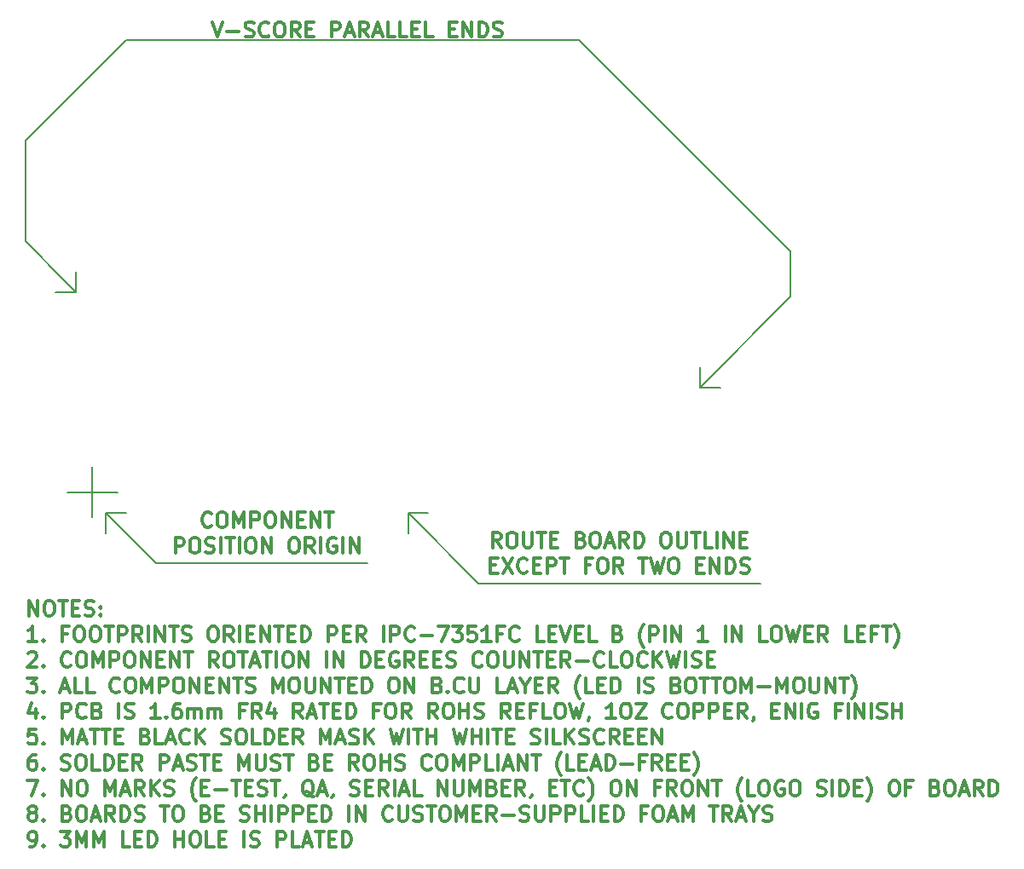
<source format=gbr>
G04 #@! TF.FileFunction,Other,Fab,Top*
%FSLAX46Y46*%
G04 Gerber Fmt 4.6, Leading zero omitted, Abs format (unit mm)*
G04 Created by KiCad (PCBNEW 4.0.7-e2-6376~58~ubuntu14.04.1) date Wed Aug  8 14:37:32 2018*
%MOMM*%
%LPD*%
G01*
G04 APERTURE LIST*
%ADD10C,0.100000*%
%ADD11C,0.200000*%
%ADD12C,0.300000*%
G04 APERTURE END LIST*
D10*
D11*
X128530000Y-102500000D02*
X133530000Y-102500000D01*
X131030000Y-100000000D02*
X131030000Y-105000000D01*
X200400000Y-83090000D02*
X200400000Y-78620000D01*
D12*
X124757143Y-114803571D02*
X124757143Y-113303571D01*
X125614286Y-114803571D01*
X125614286Y-113303571D01*
X126614286Y-113303571D02*
X126900000Y-113303571D01*
X127042858Y-113375000D01*
X127185715Y-113517857D01*
X127257143Y-113803571D01*
X127257143Y-114303571D01*
X127185715Y-114589286D01*
X127042858Y-114732143D01*
X126900000Y-114803571D01*
X126614286Y-114803571D01*
X126471429Y-114732143D01*
X126328572Y-114589286D01*
X126257143Y-114303571D01*
X126257143Y-113803571D01*
X126328572Y-113517857D01*
X126471429Y-113375000D01*
X126614286Y-113303571D01*
X127685715Y-113303571D02*
X128542858Y-113303571D01*
X128114287Y-114803571D02*
X128114287Y-113303571D01*
X129042858Y-114017857D02*
X129542858Y-114017857D01*
X129757144Y-114803571D02*
X129042858Y-114803571D01*
X129042858Y-113303571D01*
X129757144Y-113303571D01*
X130328572Y-114732143D02*
X130542858Y-114803571D01*
X130900001Y-114803571D01*
X131042858Y-114732143D01*
X131114287Y-114660714D01*
X131185715Y-114517857D01*
X131185715Y-114375000D01*
X131114287Y-114232143D01*
X131042858Y-114160714D01*
X130900001Y-114089286D01*
X130614287Y-114017857D01*
X130471429Y-113946429D01*
X130400001Y-113875000D01*
X130328572Y-113732143D01*
X130328572Y-113589286D01*
X130400001Y-113446429D01*
X130471429Y-113375000D01*
X130614287Y-113303571D01*
X130971429Y-113303571D01*
X131185715Y-113375000D01*
X131828572Y-114660714D02*
X131900000Y-114732143D01*
X131828572Y-114803571D01*
X131757143Y-114732143D01*
X131828572Y-114660714D01*
X131828572Y-114803571D01*
X131828572Y-113875000D02*
X131900000Y-113946429D01*
X131828572Y-114017857D01*
X131757143Y-113946429D01*
X131828572Y-113875000D01*
X131828572Y-114017857D01*
X125542857Y-117353571D02*
X124685714Y-117353571D01*
X125114286Y-117353571D02*
X125114286Y-115853571D01*
X124971429Y-116067857D01*
X124828571Y-116210714D01*
X124685714Y-116282143D01*
X126185714Y-117210714D02*
X126257142Y-117282143D01*
X126185714Y-117353571D01*
X126114285Y-117282143D01*
X126185714Y-117210714D01*
X126185714Y-117353571D01*
X128542857Y-116567857D02*
X128042857Y-116567857D01*
X128042857Y-117353571D02*
X128042857Y-115853571D01*
X128757143Y-115853571D01*
X129614285Y-115853571D02*
X129899999Y-115853571D01*
X130042857Y-115925000D01*
X130185714Y-116067857D01*
X130257142Y-116353571D01*
X130257142Y-116853571D01*
X130185714Y-117139286D01*
X130042857Y-117282143D01*
X129899999Y-117353571D01*
X129614285Y-117353571D01*
X129471428Y-117282143D01*
X129328571Y-117139286D01*
X129257142Y-116853571D01*
X129257142Y-116353571D01*
X129328571Y-116067857D01*
X129471428Y-115925000D01*
X129614285Y-115853571D01*
X131185714Y-115853571D02*
X131471428Y-115853571D01*
X131614286Y-115925000D01*
X131757143Y-116067857D01*
X131828571Y-116353571D01*
X131828571Y-116853571D01*
X131757143Y-117139286D01*
X131614286Y-117282143D01*
X131471428Y-117353571D01*
X131185714Y-117353571D01*
X131042857Y-117282143D01*
X130900000Y-117139286D01*
X130828571Y-116853571D01*
X130828571Y-116353571D01*
X130900000Y-116067857D01*
X131042857Y-115925000D01*
X131185714Y-115853571D01*
X132257143Y-115853571D02*
X133114286Y-115853571D01*
X132685715Y-117353571D02*
X132685715Y-115853571D01*
X133614286Y-117353571D02*
X133614286Y-115853571D01*
X134185714Y-115853571D01*
X134328572Y-115925000D01*
X134400000Y-115996429D01*
X134471429Y-116139286D01*
X134471429Y-116353571D01*
X134400000Y-116496429D01*
X134328572Y-116567857D01*
X134185714Y-116639286D01*
X133614286Y-116639286D01*
X135971429Y-117353571D02*
X135471429Y-116639286D01*
X135114286Y-117353571D02*
X135114286Y-115853571D01*
X135685714Y-115853571D01*
X135828572Y-115925000D01*
X135900000Y-115996429D01*
X135971429Y-116139286D01*
X135971429Y-116353571D01*
X135900000Y-116496429D01*
X135828572Y-116567857D01*
X135685714Y-116639286D01*
X135114286Y-116639286D01*
X136614286Y-117353571D02*
X136614286Y-115853571D01*
X137328572Y-117353571D02*
X137328572Y-115853571D01*
X138185715Y-117353571D01*
X138185715Y-115853571D01*
X138685715Y-115853571D02*
X139542858Y-115853571D01*
X139114287Y-117353571D02*
X139114287Y-115853571D01*
X139971429Y-117282143D02*
X140185715Y-117353571D01*
X140542858Y-117353571D01*
X140685715Y-117282143D01*
X140757144Y-117210714D01*
X140828572Y-117067857D01*
X140828572Y-116925000D01*
X140757144Y-116782143D01*
X140685715Y-116710714D01*
X140542858Y-116639286D01*
X140257144Y-116567857D01*
X140114286Y-116496429D01*
X140042858Y-116425000D01*
X139971429Y-116282143D01*
X139971429Y-116139286D01*
X140042858Y-115996429D01*
X140114286Y-115925000D01*
X140257144Y-115853571D01*
X140614286Y-115853571D01*
X140828572Y-115925000D01*
X142900000Y-115853571D02*
X143185714Y-115853571D01*
X143328572Y-115925000D01*
X143471429Y-116067857D01*
X143542857Y-116353571D01*
X143542857Y-116853571D01*
X143471429Y-117139286D01*
X143328572Y-117282143D01*
X143185714Y-117353571D01*
X142900000Y-117353571D01*
X142757143Y-117282143D01*
X142614286Y-117139286D01*
X142542857Y-116853571D01*
X142542857Y-116353571D01*
X142614286Y-116067857D01*
X142757143Y-115925000D01*
X142900000Y-115853571D01*
X145042858Y-117353571D02*
X144542858Y-116639286D01*
X144185715Y-117353571D02*
X144185715Y-115853571D01*
X144757143Y-115853571D01*
X144900001Y-115925000D01*
X144971429Y-115996429D01*
X145042858Y-116139286D01*
X145042858Y-116353571D01*
X144971429Y-116496429D01*
X144900001Y-116567857D01*
X144757143Y-116639286D01*
X144185715Y-116639286D01*
X145685715Y-117353571D02*
X145685715Y-115853571D01*
X146400001Y-116567857D02*
X146900001Y-116567857D01*
X147114287Y-117353571D02*
X146400001Y-117353571D01*
X146400001Y-115853571D01*
X147114287Y-115853571D01*
X147757144Y-117353571D02*
X147757144Y-115853571D01*
X148614287Y-117353571D01*
X148614287Y-115853571D01*
X149114287Y-115853571D02*
X149971430Y-115853571D01*
X149542859Y-117353571D02*
X149542859Y-115853571D01*
X150471430Y-116567857D02*
X150971430Y-116567857D01*
X151185716Y-117353571D02*
X150471430Y-117353571D01*
X150471430Y-115853571D01*
X151185716Y-115853571D01*
X151828573Y-117353571D02*
X151828573Y-115853571D01*
X152185716Y-115853571D01*
X152400001Y-115925000D01*
X152542859Y-116067857D01*
X152614287Y-116210714D01*
X152685716Y-116496429D01*
X152685716Y-116710714D01*
X152614287Y-116996429D01*
X152542859Y-117139286D01*
X152400001Y-117282143D01*
X152185716Y-117353571D01*
X151828573Y-117353571D01*
X154471430Y-117353571D02*
X154471430Y-115853571D01*
X155042858Y-115853571D01*
X155185716Y-115925000D01*
X155257144Y-115996429D01*
X155328573Y-116139286D01*
X155328573Y-116353571D01*
X155257144Y-116496429D01*
X155185716Y-116567857D01*
X155042858Y-116639286D01*
X154471430Y-116639286D01*
X155971430Y-116567857D02*
X156471430Y-116567857D01*
X156685716Y-117353571D02*
X155971430Y-117353571D01*
X155971430Y-115853571D01*
X156685716Y-115853571D01*
X158185716Y-117353571D02*
X157685716Y-116639286D01*
X157328573Y-117353571D02*
X157328573Y-115853571D01*
X157900001Y-115853571D01*
X158042859Y-115925000D01*
X158114287Y-115996429D01*
X158185716Y-116139286D01*
X158185716Y-116353571D01*
X158114287Y-116496429D01*
X158042859Y-116567857D01*
X157900001Y-116639286D01*
X157328573Y-116639286D01*
X159971430Y-117353571D02*
X159971430Y-115853571D01*
X160685716Y-117353571D02*
X160685716Y-115853571D01*
X161257144Y-115853571D01*
X161400002Y-115925000D01*
X161471430Y-115996429D01*
X161542859Y-116139286D01*
X161542859Y-116353571D01*
X161471430Y-116496429D01*
X161400002Y-116567857D01*
X161257144Y-116639286D01*
X160685716Y-116639286D01*
X163042859Y-117210714D02*
X162971430Y-117282143D01*
X162757144Y-117353571D01*
X162614287Y-117353571D01*
X162400002Y-117282143D01*
X162257144Y-117139286D01*
X162185716Y-116996429D01*
X162114287Y-116710714D01*
X162114287Y-116496429D01*
X162185716Y-116210714D01*
X162257144Y-116067857D01*
X162400002Y-115925000D01*
X162614287Y-115853571D01*
X162757144Y-115853571D01*
X162971430Y-115925000D01*
X163042859Y-115996429D01*
X163685716Y-116782143D02*
X164828573Y-116782143D01*
X165400002Y-115853571D02*
X166400002Y-115853571D01*
X165757145Y-117353571D01*
X166828573Y-115853571D02*
X167757144Y-115853571D01*
X167257144Y-116425000D01*
X167471430Y-116425000D01*
X167614287Y-116496429D01*
X167685716Y-116567857D01*
X167757144Y-116710714D01*
X167757144Y-117067857D01*
X167685716Y-117210714D01*
X167614287Y-117282143D01*
X167471430Y-117353571D01*
X167042858Y-117353571D01*
X166900001Y-117282143D01*
X166828573Y-117210714D01*
X169114287Y-115853571D02*
X168400001Y-115853571D01*
X168328572Y-116567857D01*
X168400001Y-116496429D01*
X168542858Y-116425000D01*
X168900001Y-116425000D01*
X169042858Y-116496429D01*
X169114287Y-116567857D01*
X169185715Y-116710714D01*
X169185715Y-117067857D01*
X169114287Y-117210714D01*
X169042858Y-117282143D01*
X168900001Y-117353571D01*
X168542858Y-117353571D01*
X168400001Y-117282143D01*
X168328572Y-117210714D01*
X170614286Y-117353571D02*
X169757143Y-117353571D01*
X170185715Y-117353571D02*
X170185715Y-115853571D01*
X170042858Y-116067857D01*
X169900000Y-116210714D01*
X169757143Y-116282143D01*
X171757143Y-116567857D02*
X171257143Y-116567857D01*
X171257143Y-117353571D02*
X171257143Y-115853571D01*
X171971429Y-115853571D01*
X173400000Y-117210714D02*
X173328571Y-117282143D01*
X173114285Y-117353571D01*
X172971428Y-117353571D01*
X172757143Y-117282143D01*
X172614285Y-117139286D01*
X172542857Y-116996429D01*
X172471428Y-116710714D01*
X172471428Y-116496429D01*
X172542857Y-116210714D01*
X172614285Y-116067857D01*
X172757143Y-115925000D01*
X172971428Y-115853571D01*
X173114285Y-115853571D01*
X173328571Y-115925000D01*
X173400000Y-115996429D01*
X175900000Y-117353571D02*
X175185714Y-117353571D01*
X175185714Y-115853571D01*
X176400000Y-116567857D02*
X176900000Y-116567857D01*
X177114286Y-117353571D02*
X176400000Y-117353571D01*
X176400000Y-115853571D01*
X177114286Y-115853571D01*
X177542857Y-115853571D02*
X178042857Y-117353571D01*
X178542857Y-115853571D01*
X179042857Y-116567857D02*
X179542857Y-116567857D01*
X179757143Y-117353571D02*
X179042857Y-117353571D01*
X179042857Y-115853571D01*
X179757143Y-115853571D01*
X181114286Y-117353571D02*
X180400000Y-117353571D01*
X180400000Y-115853571D01*
X183257143Y-116567857D02*
X183471429Y-116639286D01*
X183542857Y-116710714D01*
X183614286Y-116853571D01*
X183614286Y-117067857D01*
X183542857Y-117210714D01*
X183471429Y-117282143D01*
X183328571Y-117353571D01*
X182757143Y-117353571D01*
X182757143Y-115853571D01*
X183257143Y-115853571D01*
X183400000Y-115925000D01*
X183471429Y-115996429D01*
X183542857Y-116139286D01*
X183542857Y-116282143D01*
X183471429Y-116425000D01*
X183400000Y-116496429D01*
X183257143Y-116567857D01*
X182757143Y-116567857D01*
X185828571Y-117925000D02*
X185757143Y-117853571D01*
X185614286Y-117639286D01*
X185542857Y-117496429D01*
X185471428Y-117282143D01*
X185400000Y-116925000D01*
X185400000Y-116639286D01*
X185471428Y-116282143D01*
X185542857Y-116067857D01*
X185614286Y-115925000D01*
X185757143Y-115710714D01*
X185828571Y-115639286D01*
X186400000Y-117353571D02*
X186400000Y-115853571D01*
X186971428Y-115853571D01*
X187114286Y-115925000D01*
X187185714Y-115996429D01*
X187257143Y-116139286D01*
X187257143Y-116353571D01*
X187185714Y-116496429D01*
X187114286Y-116567857D01*
X186971428Y-116639286D01*
X186400000Y-116639286D01*
X187900000Y-117353571D02*
X187900000Y-115853571D01*
X188614286Y-117353571D02*
X188614286Y-115853571D01*
X189471429Y-117353571D01*
X189471429Y-115853571D01*
X192114286Y-117353571D02*
X191257143Y-117353571D01*
X191685715Y-117353571D02*
X191685715Y-115853571D01*
X191542858Y-116067857D01*
X191400000Y-116210714D01*
X191257143Y-116282143D01*
X193900000Y-117353571D02*
X193900000Y-115853571D01*
X194614286Y-117353571D02*
X194614286Y-115853571D01*
X195471429Y-117353571D01*
X195471429Y-115853571D01*
X198042858Y-117353571D02*
X197328572Y-117353571D01*
X197328572Y-115853571D01*
X198828572Y-115853571D02*
X199114286Y-115853571D01*
X199257144Y-115925000D01*
X199400001Y-116067857D01*
X199471429Y-116353571D01*
X199471429Y-116853571D01*
X199400001Y-117139286D01*
X199257144Y-117282143D01*
X199114286Y-117353571D01*
X198828572Y-117353571D01*
X198685715Y-117282143D01*
X198542858Y-117139286D01*
X198471429Y-116853571D01*
X198471429Y-116353571D01*
X198542858Y-116067857D01*
X198685715Y-115925000D01*
X198828572Y-115853571D01*
X199971430Y-115853571D02*
X200328573Y-117353571D01*
X200614287Y-116282143D01*
X200900001Y-117353571D01*
X201257144Y-115853571D01*
X201828573Y-116567857D02*
X202328573Y-116567857D01*
X202542859Y-117353571D02*
X201828573Y-117353571D01*
X201828573Y-115853571D01*
X202542859Y-115853571D01*
X204042859Y-117353571D02*
X203542859Y-116639286D01*
X203185716Y-117353571D02*
X203185716Y-115853571D01*
X203757144Y-115853571D01*
X203900002Y-115925000D01*
X203971430Y-115996429D01*
X204042859Y-116139286D01*
X204042859Y-116353571D01*
X203971430Y-116496429D01*
X203900002Y-116567857D01*
X203757144Y-116639286D01*
X203185716Y-116639286D01*
X206542859Y-117353571D02*
X205828573Y-117353571D01*
X205828573Y-115853571D01*
X207042859Y-116567857D02*
X207542859Y-116567857D01*
X207757145Y-117353571D02*
X207042859Y-117353571D01*
X207042859Y-115853571D01*
X207757145Y-115853571D01*
X208900002Y-116567857D02*
X208400002Y-116567857D01*
X208400002Y-117353571D02*
X208400002Y-115853571D01*
X209114288Y-115853571D01*
X209471430Y-115853571D02*
X210328573Y-115853571D01*
X209900002Y-117353571D02*
X209900002Y-115853571D01*
X210685716Y-117925000D02*
X210757144Y-117853571D01*
X210900001Y-117639286D01*
X210971430Y-117496429D01*
X211042859Y-117282143D01*
X211114287Y-116925000D01*
X211114287Y-116639286D01*
X211042859Y-116282143D01*
X210971430Y-116067857D01*
X210900001Y-115925000D01*
X210757144Y-115710714D01*
X210685716Y-115639286D01*
X124685714Y-118546429D02*
X124757143Y-118475000D01*
X124900000Y-118403571D01*
X125257143Y-118403571D01*
X125400000Y-118475000D01*
X125471429Y-118546429D01*
X125542857Y-118689286D01*
X125542857Y-118832143D01*
X125471429Y-119046429D01*
X124614286Y-119903571D01*
X125542857Y-119903571D01*
X126185714Y-119760714D02*
X126257142Y-119832143D01*
X126185714Y-119903571D01*
X126114285Y-119832143D01*
X126185714Y-119760714D01*
X126185714Y-119903571D01*
X128900000Y-119760714D02*
X128828571Y-119832143D01*
X128614285Y-119903571D01*
X128471428Y-119903571D01*
X128257143Y-119832143D01*
X128114285Y-119689286D01*
X128042857Y-119546429D01*
X127971428Y-119260714D01*
X127971428Y-119046429D01*
X128042857Y-118760714D01*
X128114285Y-118617857D01*
X128257143Y-118475000D01*
X128471428Y-118403571D01*
X128614285Y-118403571D01*
X128828571Y-118475000D01*
X128900000Y-118546429D01*
X129828571Y-118403571D02*
X130114285Y-118403571D01*
X130257143Y-118475000D01*
X130400000Y-118617857D01*
X130471428Y-118903571D01*
X130471428Y-119403571D01*
X130400000Y-119689286D01*
X130257143Y-119832143D01*
X130114285Y-119903571D01*
X129828571Y-119903571D01*
X129685714Y-119832143D01*
X129542857Y-119689286D01*
X129471428Y-119403571D01*
X129471428Y-118903571D01*
X129542857Y-118617857D01*
X129685714Y-118475000D01*
X129828571Y-118403571D01*
X131114286Y-119903571D02*
X131114286Y-118403571D01*
X131614286Y-119475000D01*
X132114286Y-118403571D01*
X132114286Y-119903571D01*
X132828572Y-119903571D02*
X132828572Y-118403571D01*
X133400000Y-118403571D01*
X133542858Y-118475000D01*
X133614286Y-118546429D01*
X133685715Y-118689286D01*
X133685715Y-118903571D01*
X133614286Y-119046429D01*
X133542858Y-119117857D01*
X133400000Y-119189286D01*
X132828572Y-119189286D01*
X134614286Y-118403571D02*
X134900000Y-118403571D01*
X135042858Y-118475000D01*
X135185715Y-118617857D01*
X135257143Y-118903571D01*
X135257143Y-119403571D01*
X135185715Y-119689286D01*
X135042858Y-119832143D01*
X134900000Y-119903571D01*
X134614286Y-119903571D01*
X134471429Y-119832143D01*
X134328572Y-119689286D01*
X134257143Y-119403571D01*
X134257143Y-118903571D01*
X134328572Y-118617857D01*
X134471429Y-118475000D01*
X134614286Y-118403571D01*
X135900001Y-119903571D02*
X135900001Y-118403571D01*
X136757144Y-119903571D01*
X136757144Y-118403571D01*
X137471430Y-119117857D02*
X137971430Y-119117857D01*
X138185716Y-119903571D02*
X137471430Y-119903571D01*
X137471430Y-118403571D01*
X138185716Y-118403571D01*
X138828573Y-119903571D02*
X138828573Y-118403571D01*
X139685716Y-119903571D01*
X139685716Y-118403571D01*
X140185716Y-118403571D02*
X141042859Y-118403571D01*
X140614288Y-119903571D02*
X140614288Y-118403571D01*
X143542859Y-119903571D02*
X143042859Y-119189286D01*
X142685716Y-119903571D02*
X142685716Y-118403571D01*
X143257144Y-118403571D01*
X143400002Y-118475000D01*
X143471430Y-118546429D01*
X143542859Y-118689286D01*
X143542859Y-118903571D01*
X143471430Y-119046429D01*
X143400002Y-119117857D01*
X143257144Y-119189286D01*
X142685716Y-119189286D01*
X144471430Y-118403571D02*
X144757144Y-118403571D01*
X144900002Y-118475000D01*
X145042859Y-118617857D01*
X145114287Y-118903571D01*
X145114287Y-119403571D01*
X145042859Y-119689286D01*
X144900002Y-119832143D01*
X144757144Y-119903571D01*
X144471430Y-119903571D01*
X144328573Y-119832143D01*
X144185716Y-119689286D01*
X144114287Y-119403571D01*
X144114287Y-118903571D01*
X144185716Y-118617857D01*
X144328573Y-118475000D01*
X144471430Y-118403571D01*
X145542859Y-118403571D02*
X146400002Y-118403571D01*
X145971431Y-119903571D02*
X145971431Y-118403571D01*
X146828573Y-119475000D02*
X147542859Y-119475000D01*
X146685716Y-119903571D02*
X147185716Y-118403571D01*
X147685716Y-119903571D01*
X147971430Y-118403571D02*
X148828573Y-118403571D01*
X148400002Y-119903571D02*
X148400002Y-118403571D01*
X149328573Y-119903571D02*
X149328573Y-118403571D01*
X150328573Y-118403571D02*
X150614287Y-118403571D01*
X150757145Y-118475000D01*
X150900002Y-118617857D01*
X150971430Y-118903571D01*
X150971430Y-119403571D01*
X150900002Y-119689286D01*
X150757145Y-119832143D01*
X150614287Y-119903571D01*
X150328573Y-119903571D01*
X150185716Y-119832143D01*
X150042859Y-119689286D01*
X149971430Y-119403571D01*
X149971430Y-118903571D01*
X150042859Y-118617857D01*
X150185716Y-118475000D01*
X150328573Y-118403571D01*
X151614288Y-119903571D02*
X151614288Y-118403571D01*
X152471431Y-119903571D01*
X152471431Y-118403571D01*
X154328574Y-119903571D02*
X154328574Y-118403571D01*
X155042860Y-119903571D02*
X155042860Y-118403571D01*
X155900003Y-119903571D01*
X155900003Y-118403571D01*
X157757146Y-119903571D02*
X157757146Y-118403571D01*
X158114289Y-118403571D01*
X158328574Y-118475000D01*
X158471432Y-118617857D01*
X158542860Y-118760714D01*
X158614289Y-119046429D01*
X158614289Y-119260714D01*
X158542860Y-119546429D01*
X158471432Y-119689286D01*
X158328574Y-119832143D01*
X158114289Y-119903571D01*
X157757146Y-119903571D01*
X159257146Y-119117857D02*
X159757146Y-119117857D01*
X159971432Y-119903571D02*
X159257146Y-119903571D01*
X159257146Y-118403571D01*
X159971432Y-118403571D01*
X161400003Y-118475000D02*
X161257146Y-118403571D01*
X161042860Y-118403571D01*
X160828575Y-118475000D01*
X160685717Y-118617857D01*
X160614289Y-118760714D01*
X160542860Y-119046429D01*
X160542860Y-119260714D01*
X160614289Y-119546429D01*
X160685717Y-119689286D01*
X160828575Y-119832143D01*
X161042860Y-119903571D01*
X161185717Y-119903571D01*
X161400003Y-119832143D01*
X161471432Y-119760714D01*
X161471432Y-119260714D01*
X161185717Y-119260714D01*
X162971432Y-119903571D02*
X162471432Y-119189286D01*
X162114289Y-119903571D02*
X162114289Y-118403571D01*
X162685717Y-118403571D01*
X162828575Y-118475000D01*
X162900003Y-118546429D01*
X162971432Y-118689286D01*
X162971432Y-118903571D01*
X162900003Y-119046429D01*
X162828575Y-119117857D01*
X162685717Y-119189286D01*
X162114289Y-119189286D01*
X163614289Y-119117857D02*
X164114289Y-119117857D01*
X164328575Y-119903571D02*
X163614289Y-119903571D01*
X163614289Y-118403571D01*
X164328575Y-118403571D01*
X164971432Y-119117857D02*
X165471432Y-119117857D01*
X165685718Y-119903571D02*
X164971432Y-119903571D01*
X164971432Y-118403571D01*
X165685718Y-118403571D01*
X166257146Y-119832143D02*
X166471432Y-119903571D01*
X166828575Y-119903571D01*
X166971432Y-119832143D01*
X167042861Y-119760714D01*
X167114289Y-119617857D01*
X167114289Y-119475000D01*
X167042861Y-119332143D01*
X166971432Y-119260714D01*
X166828575Y-119189286D01*
X166542861Y-119117857D01*
X166400003Y-119046429D01*
X166328575Y-118975000D01*
X166257146Y-118832143D01*
X166257146Y-118689286D01*
X166328575Y-118546429D01*
X166400003Y-118475000D01*
X166542861Y-118403571D01*
X166900003Y-118403571D01*
X167114289Y-118475000D01*
X169757146Y-119760714D02*
X169685717Y-119832143D01*
X169471431Y-119903571D01*
X169328574Y-119903571D01*
X169114289Y-119832143D01*
X168971431Y-119689286D01*
X168900003Y-119546429D01*
X168828574Y-119260714D01*
X168828574Y-119046429D01*
X168900003Y-118760714D01*
X168971431Y-118617857D01*
X169114289Y-118475000D01*
X169328574Y-118403571D01*
X169471431Y-118403571D01*
X169685717Y-118475000D01*
X169757146Y-118546429D01*
X170685717Y-118403571D02*
X170971431Y-118403571D01*
X171114289Y-118475000D01*
X171257146Y-118617857D01*
X171328574Y-118903571D01*
X171328574Y-119403571D01*
X171257146Y-119689286D01*
X171114289Y-119832143D01*
X170971431Y-119903571D01*
X170685717Y-119903571D01*
X170542860Y-119832143D01*
X170400003Y-119689286D01*
X170328574Y-119403571D01*
X170328574Y-118903571D01*
X170400003Y-118617857D01*
X170542860Y-118475000D01*
X170685717Y-118403571D01*
X171971432Y-118403571D02*
X171971432Y-119617857D01*
X172042860Y-119760714D01*
X172114289Y-119832143D01*
X172257146Y-119903571D01*
X172542860Y-119903571D01*
X172685718Y-119832143D01*
X172757146Y-119760714D01*
X172828575Y-119617857D01*
X172828575Y-118403571D01*
X173542861Y-119903571D02*
X173542861Y-118403571D01*
X174400004Y-119903571D01*
X174400004Y-118403571D01*
X174900004Y-118403571D02*
X175757147Y-118403571D01*
X175328576Y-119903571D02*
X175328576Y-118403571D01*
X176257147Y-119117857D02*
X176757147Y-119117857D01*
X176971433Y-119903571D02*
X176257147Y-119903571D01*
X176257147Y-118403571D01*
X176971433Y-118403571D01*
X178471433Y-119903571D02*
X177971433Y-119189286D01*
X177614290Y-119903571D02*
X177614290Y-118403571D01*
X178185718Y-118403571D01*
X178328576Y-118475000D01*
X178400004Y-118546429D01*
X178471433Y-118689286D01*
X178471433Y-118903571D01*
X178400004Y-119046429D01*
X178328576Y-119117857D01*
X178185718Y-119189286D01*
X177614290Y-119189286D01*
X179114290Y-119332143D02*
X180257147Y-119332143D01*
X181828576Y-119760714D02*
X181757147Y-119832143D01*
X181542861Y-119903571D01*
X181400004Y-119903571D01*
X181185719Y-119832143D01*
X181042861Y-119689286D01*
X180971433Y-119546429D01*
X180900004Y-119260714D01*
X180900004Y-119046429D01*
X180971433Y-118760714D01*
X181042861Y-118617857D01*
X181185719Y-118475000D01*
X181400004Y-118403571D01*
X181542861Y-118403571D01*
X181757147Y-118475000D01*
X181828576Y-118546429D01*
X183185719Y-119903571D02*
X182471433Y-119903571D01*
X182471433Y-118403571D01*
X183971433Y-118403571D02*
X184257147Y-118403571D01*
X184400005Y-118475000D01*
X184542862Y-118617857D01*
X184614290Y-118903571D01*
X184614290Y-119403571D01*
X184542862Y-119689286D01*
X184400005Y-119832143D01*
X184257147Y-119903571D01*
X183971433Y-119903571D01*
X183828576Y-119832143D01*
X183685719Y-119689286D01*
X183614290Y-119403571D01*
X183614290Y-118903571D01*
X183685719Y-118617857D01*
X183828576Y-118475000D01*
X183971433Y-118403571D01*
X186114291Y-119760714D02*
X186042862Y-119832143D01*
X185828576Y-119903571D01*
X185685719Y-119903571D01*
X185471434Y-119832143D01*
X185328576Y-119689286D01*
X185257148Y-119546429D01*
X185185719Y-119260714D01*
X185185719Y-119046429D01*
X185257148Y-118760714D01*
X185328576Y-118617857D01*
X185471434Y-118475000D01*
X185685719Y-118403571D01*
X185828576Y-118403571D01*
X186042862Y-118475000D01*
X186114291Y-118546429D01*
X186757148Y-119903571D02*
X186757148Y-118403571D01*
X187614291Y-119903571D02*
X186971434Y-119046429D01*
X187614291Y-118403571D02*
X186757148Y-119260714D01*
X188114291Y-118403571D02*
X188471434Y-119903571D01*
X188757148Y-118832143D01*
X189042862Y-119903571D01*
X189400005Y-118403571D01*
X189971434Y-119903571D02*
X189971434Y-118403571D01*
X190614291Y-119832143D02*
X190828577Y-119903571D01*
X191185720Y-119903571D01*
X191328577Y-119832143D01*
X191400006Y-119760714D01*
X191471434Y-119617857D01*
X191471434Y-119475000D01*
X191400006Y-119332143D01*
X191328577Y-119260714D01*
X191185720Y-119189286D01*
X190900006Y-119117857D01*
X190757148Y-119046429D01*
X190685720Y-118975000D01*
X190614291Y-118832143D01*
X190614291Y-118689286D01*
X190685720Y-118546429D01*
X190757148Y-118475000D01*
X190900006Y-118403571D01*
X191257148Y-118403571D01*
X191471434Y-118475000D01*
X192114291Y-119117857D02*
X192614291Y-119117857D01*
X192828577Y-119903571D02*
X192114291Y-119903571D01*
X192114291Y-118403571D01*
X192828577Y-118403571D01*
X124614286Y-120953571D02*
X125542857Y-120953571D01*
X125042857Y-121525000D01*
X125257143Y-121525000D01*
X125400000Y-121596429D01*
X125471429Y-121667857D01*
X125542857Y-121810714D01*
X125542857Y-122167857D01*
X125471429Y-122310714D01*
X125400000Y-122382143D01*
X125257143Y-122453571D01*
X124828571Y-122453571D01*
X124685714Y-122382143D01*
X124614286Y-122310714D01*
X126185714Y-122310714D02*
X126257142Y-122382143D01*
X126185714Y-122453571D01*
X126114285Y-122382143D01*
X126185714Y-122310714D01*
X126185714Y-122453571D01*
X127971428Y-122025000D02*
X128685714Y-122025000D01*
X127828571Y-122453571D02*
X128328571Y-120953571D01*
X128828571Y-122453571D01*
X130042857Y-122453571D02*
X129328571Y-122453571D01*
X129328571Y-120953571D01*
X131257143Y-122453571D02*
X130542857Y-122453571D01*
X130542857Y-120953571D01*
X133757143Y-122310714D02*
X133685714Y-122382143D01*
X133471428Y-122453571D01*
X133328571Y-122453571D01*
X133114286Y-122382143D01*
X132971428Y-122239286D01*
X132900000Y-122096429D01*
X132828571Y-121810714D01*
X132828571Y-121596429D01*
X132900000Y-121310714D01*
X132971428Y-121167857D01*
X133114286Y-121025000D01*
X133328571Y-120953571D01*
X133471428Y-120953571D01*
X133685714Y-121025000D01*
X133757143Y-121096429D01*
X134685714Y-120953571D02*
X134971428Y-120953571D01*
X135114286Y-121025000D01*
X135257143Y-121167857D01*
X135328571Y-121453571D01*
X135328571Y-121953571D01*
X135257143Y-122239286D01*
X135114286Y-122382143D01*
X134971428Y-122453571D01*
X134685714Y-122453571D01*
X134542857Y-122382143D01*
X134400000Y-122239286D01*
X134328571Y-121953571D01*
X134328571Y-121453571D01*
X134400000Y-121167857D01*
X134542857Y-121025000D01*
X134685714Y-120953571D01*
X135971429Y-122453571D02*
X135971429Y-120953571D01*
X136471429Y-122025000D01*
X136971429Y-120953571D01*
X136971429Y-122453571D01*
X137685715Y-122453571D02*
X137685715Y-120953571D01*
X138257143Y-120953571D01*
X138400001Y-121025000D01*
X138471429Y-121096429D01*
X138542858Y-121239286D01*
X138542858Y-121453571D01*
X138471429Y-121596429D01*
X138400001Y-121667857D01*
X138257143Y-121739286D01*
X137685715Y-121739286D01*
X139471429Y-120953571D02*
X139757143Y-120953571D01*
X139900001Y-121025000D01*
X140042858Y-121167857D01*
X140114286Y-121453571D01*
X140114286Y-121953571D01*
X140042858Y-122239286D01*
X139900001Y-122382143D01*
X139757143Y-122453571D01*
X139471429Y-122453571D01*
X139328572Y-122382143D01*
X139185715Y-122239286D01*
X139114286Y-121953571D01*
X139114286Y-121453571D01*
X139185715Y-121167857D01*
X139328572Y-121025000D01*
X139471429Y-120953571D01*
X140757144Y-122453571D02*
X140757144Y-120953571D01*
X141614287Y-122453571D01*
X141614287Y-120953571D01*
X142328573Y-121667857D02*
X142828573Y-121667857D01*
X143042859Y-122453571D02*
X142328573Y-122453571D01*
X142328573Y-120953571D01*
X143042859Y-120953571D01*
X143685716Y-122453571D02*
X143685716Y-120953571D01*
X144542859Y-122453571D01*
X144542859Y-120953571D01*
X145042859Y-120953571D02*
X145900002Y-120953571D01*
X145471431Y-122453571D02*
X145471431Y-120953571D01*
X146328573Y-122382143D02*
X146542859Y-122453571D01*
X146900002Y-122453571D01*
X147042859Y-122382143D01*
X147114288Y-122310714D01*
X147185716Y-122167857D01*
X147185716Y-122025000D01*
X147114288Y-121882143D01*
X147042859Y-121810714D01*
X146900002Y-121739286D01*
X146614288Y-121667857D01*
X146471430Y-121596429D01*
X146400002Y-121525000D01*
X146328573Y-121382143D01*
X146328573Y-121239286D01*
X146400002Y-121096429D01*
X146471430Y-121025000D01*
X146614288Y-120953571D01*
X146971430Y-120953571D01*
X147185716Y-121025000D01*
X148971430Y-122453571D02*
X148971430Y-120953571D01*
X149471430Y-122025000D01*
X149971430Y-120953571D01*
X149971430Y-122453571D01*
X150971430Y-120953571D02*
X151257144Y-120953571D01*
X151400002Y-121025000D01*
X151542859Y-121167857D01*
X151614287Y-121453571D01*
X151614287Y-121953571D01*
X151542859Y-122239286D01*
X151400002Y-122382143D01*
X151257144Y-122453571D01*
X150971430Y-122453571D01*
X150828573Y-122382143D01*
X150685716Y-122239286D01*
X150614287Y-121953571D01*
X150614287Y-121453571D01*
X150685716Y-121167857D01*
X150828573Y-121025000D01*
X150971430Y-120953571D01*
X152257145Y-120953571D02*
X152257145Y-122167857D01*
X152328573Y-122310714D01*
X152400002Y-122382143D01*
X152542859Y-122453571D01*
X152828573Y-122453571D01*
X152971431Y-122382143D01*
X153042859Y-122310714D01*
X153114288Y-122167857D01*
X153114288Y-120953571D01*
X153828574Y-122453571D02*
X153828574Y-120953571D01*
X154685717Y-122453571D01*
X154685717Y-120953571D01*
X155185717Y-120953571D02*
X156042860Y-120953571D01*
X155614289Y-122453571D02*
X155614289Y-120953571D01*
X156542860Y-121667857D02*
X157042860Y-121667857D01*
X157257146Y-122453571D02*
X156542860Y-122453571D01*
X156542860Y-120953571D01*
X157257146Y-120953571D01*
X157900003Y-122453571D02*
X157900003Y-120953571D01*
X158257146Y-120953571D01*
X158471431Y-121025000D01*
X158614289Y-121167857D01*
X158685717Y-121310714D01*
X158757146Y-121596429D01*
X158757146Y-121810714D01*
X158685717Y-122096429D01*
X158614289Y-122239286D01*
X158471431Y-122382143D01*
X158257146Y-122453571D01*
X157900003Y-122453571D01*
X160828574Y-120953571D02*
X161114288Y-120953571D01*
X161257146Y-121025000D01*
X161400003Y-121167857D01*
X161471431Y-121453571D01*
X161471431Y-121953571D01*
X161400003Y-122239286D01*
X161257146Y-122382143D01*
X161114288Y-122453571D01*
X160828574Y-122453571D01*
X160685717Y-122382143D01*
X160542860Y-122239286D01*
X160471431Y-121953571D01*
X160471431Y-121453571D01*
X160542860Y-121167857D01*
X160685717Y-121025000D01*
X160828574Y-120953571D01*
X162114289Y-122453571D02*
X162114289Y-120953571D01*
X162971432Y-122453571D01*
X162971432Y-120953571D01*
X165328575Y-121667857D02*
X165542861Y-121739286D01*
X165614289Y-121810714D01*
X165685718Y-121953571D01*
X165685718Y-122167857D01*
X165614289Y-122310714D01*
X165542861Y-122382143D01*
X165400003Y-122453571D01*
X164828575Y-122453571D01*
X164828575Y-120953571D01*
X165328575Y-120953571D01*
X165471432Y-121025000D01*
X165542861Y-121096429D01*
X165614289Y-121239286D01*
X165614289Y-121382143D01*
X165542861Y-121525000D01*
X165471432Y-121596429D01*
X165328575Y-121667857D01*
X164828575Y-121667857D01*
X166328575Y-122310714D02*
X166400003Y-122382143D01*
X166328575Y-122453571D01*
X166257146Y-122382143D01*
X166328575Y-122310714D01*
X166328575Y-122453571D01*
X167900004Y-122310714D02*
X167828575Y-122382143D01*
X167614289Y-122453571D01*
X167471432Y-122453571D01*
X167257147Y-122382143D01*
X167114289Y-122239286D01*
X167042861Y-122096429D01*
X166971432Y-121810714D01*
X166971432Y-121596429D01*
X167042861Y-121310714D01*
X167114289Y-121167857D01*
X167257147Y-121025000D01*
X167471432Y-120953571D01*
X167614289Y-120953571D01*
X167828575Y-121025000D01*
X167900004Y-121096429D01*
X168542861Y-120953571D02*
X168542861Y-122167857D01*
X168614289Y-122310714D01*
X168685718Y-122382143D01*
X168828575Y-122453571D01*
X169114289Y-122453571D01*
X169257147Y-122382143D01*
X169328575Y-122310714D01*
X169400004Y-122167857D01*
X169400004Y-120953571D01*
X171971433Y-122453571D02*
X171257147Y-122453571D01*
X171257147Y-120953571D01*
X172400004Y-122025000D02*
X173114290Y-122025000D01*
X172257147Y-122453571D02*
X172757147Y-120953571D01*
X173257147Y-122453571D01*
X174042861Y-121739286D02*
X174042861Y-122453571D01*
X173542861Y-120953571D02*
X174042861Y-121739286D01*
X174542861Y-120953571D01*
X175042861Y-121667857D02*
X175542861Y-121667857D01*
X175757147Y-122453571D02*
X175042861Y-122453571D01*
X175042861Y-120953571D01*
X175757147Y-120953571D01*
X177257147Y-122453571D02*
X176757147Y-121739286D01*
X176400004Y-122453571D02*
X176400004Y-120953571D01*
X176971432Y-120953571D01*
X177114290Y-121025000D01*
X177185718Y-121096429D01*
X177257147Y-121239286D01*
X177257147Y-121453571D01*
X177185718Y-121596429D01*
X177114290Y-121667857D01*
X176971432Y-121739286D01*
X176400004Y-121739286D01*
X179471432Y-123025000D02*
X179400004Y-122953571D01*
X179257147Y-122739286D01*
X179185718Y-122596429D01*
X179114289Y-122382143D01*
X179042861Y-122025000D01*
X179042861Y-121739286D01*
X179114289Y-121382143D01*
X179185718Y-121167857D01*
X179257147Y-121025000D01*
X179400004Y-120810714D01*
X179471432Y-120739286D01*
X180757147Y-122453571D02*
X180042861Y-122453571D01*
X180042861Y-120953571D01*
X181257147Y-121667857D02*
X181757147Y-121667857D01*
X181971433Y-122453571D02*
X181257147Y-122453571D01*
X181257147Y-120953571D01*
X181971433Y-120953571D01*
X182614290Y-122453571D02*
X182614290Y-120953571D01*
X182971433Y-120953571D01*
X183185718Y-121025000D01*
X183328576Y-121167857D01*
X183400004Y-121310714D01*
X183471433Y-121596429D01*
X183471433Y-121810714D01*
X183400004Y-122096429D01*
X183328576Y-122239286D01*
X183185718Y-122382143D01*
X182971433Y-122453571D01*
X182614290Y-122453571D01*
X185257147Y-122453571D02*
X185257147Y-120953571D01*
X185900004Y-122382143D02*
X186114290Y-122453571D01*
X186471433Y-122453571D01*
X186614290Y-122382143D01*
X186685719Y-122310714D01*
X186757147Y-122167857D01*
X186757147Y-122025000D01*
X186685719Y-121882143D01*
X186614290Y-121810714D01*
X186471433Y-121739286D01*
X186185719Y-121667857D01*
X186042861Y-121596429D01*
X185971433Y-121525000D01*
X185900004Y-121382143D01*
X185900004Y-121239286D01*
X185971433Y-121096429D01*
X186042861Y-121025000D01*
X186185719Y-120953571D01*
X186542861Y-120953571D01*
X186757147Y-121025000D01*
X189042861Y-121667857D02*
X189257147Y-121739286D01*
X189328575Y-121810714D01*
X189400004Y-121953571D01*
X189400004Y-122167857D01*
X189328575Y-122310714D01*
X189257147Y-122382143D01*
X189114289Y-122453571D01*
X188542861Y-122453571D01*
X188542861Y-120953571D01*
X189042861Y-120953571D01*
X189185718Y-121025000D01*
X189257147Y-121096429D01*
X189328575Y-121239286D01*
X189328575Y-121382143D01*
X189257147Y-121525000D01*
X189185718Y-121596429D01*
X189042861Y-121667857D01*
X188542861Y-121667857D01*
X190328575Y-120953571D02*
X190614289Y-120953571D01*
X190757147Y-121025000D01*
X190900004Y-121167857D01*
X190971432Y-121453571D01*
X190971432Y-121953571D01*
X190900004Y-122239286D01*
X190757147Y-122382143D01*
X190614289Y-122453571D01*
X190328575Y-122453571D01*
X190185718Y-122382143D01*
X190042861Y-122239286D01*
X189971432Y-121953571D01*
X189971432Y-121453571D01*
X190042861Y-121167857D01*
X190185718Y-121025000D01*
X190328575Y-120953571D01*
X191400004Y-120953571D02*
X192257147Y-120953571D01*
X191828576Y-122453571D02*
X191828576Y-120953571D01*
X192542861Y-120953571D02*
X193400004Y-120953571D01*
X192971433Y-122453571D02*
X192971433Y-120953571D01*
X194185718Y-120953571D02*
X194471432Y-120953571D01*
X194614290Y-121025000D01*
X194757147Y-121167857D01*
X194828575Y-121453571D01*
X194828575Y-121953571D01*
X194757147Y-122239286D01*
X194614290Y-122382143D01*
X194471432Y-122453571D01*
X194185718Y-122453571D01*
X194042861Y-122382143D01*
X193900004Y-122239286D01*
X193828575Y-121953571D01*
X193828575Y-121453571D01*
X193900004Y-121167857D01*
X194042861Y-121025000D01*
X194185718Y-120953571D01*
X195471433Y-122453571D02*
X195471433Y-120953571D01*
X195971433Y-122025000D01*
X196471433Y-120953571D01*
X196471433Y-122453571D01*
X197185719Y-121882143D02*
X198328576Y-121882143D01*
X199042862Y-122453571D02*
X199042862Y-120953571D01*
X199542862Y-122025000D01*
X200042862Y-120953571D01*
X200042862Y-122453571D01*
X201042862Y-120953571D02*
X201328576Y-120953571D01*
X201471434Y-121025000D01*
X201614291Y-121167857D01*
X201685719Y-121453571D01*
X201685719Y-121953571D01*
X201614291Y-122239286D01*
X201471434Y-122382143D01*
X201328576Y-122453571D01*
X201042862Y-122453571D01*
X200900005Y-122382143D01*
X200757148Y-122239286D01*
X200685719Y-121953571D01*
X200685719Y-121453571D01*
X200757148Y-121167857D01*
X200900005Y-121025000D01*
X201042862Y-120953571D01*
X202328577Y-120953571D02*
X202328577Y-122167857D01*
X202400005Y-122310714D01*
X202471434Y-122382143D01*
X202614291Y-122453571D01*
X202900005Y-122453571D01*
X203042863Y-122382143D01*
X203114291Y-122310714D01*
X203185720Y-122167857D01*
X203185720Y-120953571D01*
X203900006Y-122453571D02*
X203900006Y-120953571D01*
X204757149Y-122453571D01*
X204757149Y-120953571D01*
X205257149Y-120953571D02*
X206114292Y-120953571D01*
X205685721Y-122453571D02*
X205685721Y-120953571D01*
X206471435Y-123025000D02*
X206542863Y-122953571D01*
X206685720Y-122739286D01*
X206757149Y-122596429D01*
X206828578Y-122382143D01*
X206900006Y-122025000D01*
X206900006Y-121739286D01*
X206828578Y-121382143D01*
X206757149Y-121167857D01*
X206685720Y-121025000D01*
X206542863Y-120810714D01*
X206471435Y-120739286D01*
X125400000Y-124003571D02*
X125400000Y-125003571D01*
X125042857Y-123432143D02*
X124685714Y-124503571D01*
X125614286Y-124503571D01*
X126185714Y-124860714D02*
X126257142Y-124932143D01*
X126185714Y-125003571D01*
X126114285Y-124932143D01*
X126185714Y-124860714D01*
X126185714Y-125003571D01*
X128042857Y-125003571D02*
X128042857Y-123503571D01*
X128614285Y-123503571D01*
X128757143Y-123575000D01*
X128828571Y-123646429D01*
X128900000Y-123789286D01*
X128900000Y-124003571D01*
X128828571Y-124146429D01*
X128757143Y-124217857D01*
X128614285Y-124289286D01*
X128042857Y-124289286D01*
X130400000Y-124860714D02*
X130328571Y-124932143D01*
X130114285Y-125003571D01*
X129971428Y-125003571D01*
X129757143Y-124932143D01*
X129614285Y-124789286D01*
X129542857Y-124646429D01*
X129471428Y-124360714D01*
X129471428Y-124146429D01*
X129542857Y-123860714D01*
X129614285Y-123717857D01*
X129757143Y-123575000D01*
X129971428Y-123503571D01*
X130114285Y-123503571D01*
X130328571Y-123575000D01*
X130400000Y-123646429D01*
X131542857Y-124217857D02*
X131757143Y-124289286D01*
X131828571Y-124360714D01*
X131900000Y-124503571D01*
X131900000Y-124717857D01*
X131828571Y-124860714D01*
X131757143Y-124932143D01*
X131614285Y-125003571D01*
X131042857Y-125003571D01*
X131042857Y-123503571D01*
X131542857Y-123503571D01*
X131685714Y-123575000D01*
X131757143Y-123646429D01*
X131828571Y-123789286D01*
X131828571Y-123932143D01*
X131757143Y-124075000D01*
X131685714Y-124146429D01*
X131542857Y-124217857D01*
X131042857Y-124217857D01*
X133685714Y-125003571D02*
X133685714Y-123503571D01*
X134328571Y-124932143D02*
X134542857Y-125003571D01*
X134900000Y-125003571D01*
X135042857Y-124932143D01*
X135114286Y-124860714D01*
X135185714Y-124717857D01*
X135185714Y-124575000D01*
X135114286Y-124432143D01*
X135042857Y-124360714D01*
X134900000Y-124289286D01*
X134614286Y-124217857D01*
X134471428Y-124146429D01*
X134400000Y-124075000D01*
X134328571Y-123932143D01*
X134328571Y-123789286D01*
X134400000Y-123646429D01*
X134471428Y-123575000D01*
X134614286Y-123503571D01*
X134971428Y-123503571D01*
X135185714Y-123575000D01*
X137757142Y-125003571D02*
X136899999Y-125003571D01*
X137328571Y-125003571D02*
X137328571Y-123503571D01*
X137185714Y-123717857D01*
X137042856Y-123860714D01*
X136899999Y-123932143D01*
X138399999Y-124860714D02*
X138471427Y-124932143D01*
X138399999Y-125003571D01*
X138328570Y-124932143D01*
X138399999Y-124860714D01*
X138399999Y-125003571D01*
X139757142Y-123503571D02*
X139471428Y-123503571D01*
X139328571Y-123575000D01*
X139257142Y-123646429D01*
X139114285Y-123860714D01*
X139042856Y-124146429D01*
X139042856Y-124717857D01*
X139114285Y-124860714D01*
X139185713Y-124932143D01*
X139328571Y-125003571D01*
X139614285Y-125003571D01*
X139757142Y-124932143D01*
X139828571Y-124860714D01*
X139899999Y-124717857D01*
X139899999Y-124360714D01*
X139828571Y-124217857D01*
X139757142Y-124146429D01*
X139614285Y-124075000D01*
X139328571Y-124075000D01*
X139185713Y-124146429D01*
X139114285Y-124217857D01*
X139042856Y-124360714D01*
X140542856Y-125003571D02*
X140542856Y-124003571D01*
X140542856Y-124146429D02*
X140614284Y-124075000D01*
X140757142Y-124003571D01*
X140971427Y-124003571D01*
X141114284Y-124075000D01*
X141185713Y-124217857D01*
X141185713Y-125003571D01*
X141185713Y-124217857D02*
X141257142Y-124075000D01*
X141399999Y-124003571D01*
X141614284Y-124003571D01*
X141757142Y-124075000D01*
X141828570Y-124217857D01*
X141828570Y-125003571D01*
X142542856Y-125003571D02*
X142542856Y-124003571D01*
X142542856Y-124146429D02*
X142614284Y-124075000D01*
X142757142Y-124003571D01*
X142971427Y-124003571D01*
X143114284Y-124075000D01*
X143185713Y-124217857D01*
X143185713Y-125003571D01*
X143185713Y-124217857D02*
X143257142Y-124075000D01*
X143399999Y-124003571D01*
X143614284Y-124003571D01*
X143757142Y-124075000D01*
X143828570Y-124217857D01*
X143828570Y-125003571D01*
X146185713Y-124217857D02*
X145685713Y-124217857D01*
X145685713Y-125003571D02*
X145685713Y-123503571D01*
X146399999Y-123503571D01*
X147828570Y-125003571D02*
X147328570Y-124289286D01*
X146971427Y-125003571D02*
X146971427Y-123503571D01*
X147542855Y-123503571D01*
X147685713Y-123575000D01*
X147757141Y-123646429D01*
X147828570Y-123789286D01*
X147828570Y-124003571D01*
X147757141Y-124146429D01*
X147685713Y-124217857D01*
X147542855Y-124289286D01*
X146971427Y-124289286D01*
X149114284Y-124003571D02*
X149114284Y-125003571D01*
X148757141Y-123432143D02*
X148399998Y-124503571D01*
X149328570Y-124503571D01*
X151899998Y-125003571D02*
X151399998Y-124289286D01*
X151042855Y-125003571D02*
X151042855Y-123503571D01*
X151614283Y-123503571D01*
X151757141Y-123575000D01*
X151828569Y-123646429D01*
X151899998Y-123789286D01*
X151899998Y-124003571D01*
X151828569Y-124146429D01*
X151757141Y-124217857D01*
X151614283Y-124289286D01*
X151042855Y-124289286D01*
X152471426Y-124575000D02*
X153185712Y-124575000D01*
X152328569Y-125003571D02*
X152828569Y-123503571D01*
X153328569Y-125003571D01*
X153614283Y-123503571D02*
X154471426Y-123503571D01*
X154042855Y-125003571D02*
X154042855Y-123503571D01*
X154971426Y-124217857D02*
X155471426Y-124217857D01*
X155685712Y-125003571D02*
X154971426Y-125003571D01*
X154971426Y-123503571D01*
X155685712Y-123503571D01*
X156328569Y-125003571D02*
X156328569Y-123503571D01*
X156685712Y-123503571D01*
X156899997Y-123575000D01*
X157042855Y-123717857D01*
X157114283Y-123860714D01*
X157185712Y-124146429D01*
X157185712Y-124360714D01*
X157114283Y-124646429D01*
X157042855Y-124789286D01*
X156899997Y-124932143D01*
X156685712Y-125003571D01*
X156328569Y-125003571D01*
X159471426Y-124217857D02*
X158971426Y-124217857D01*
X158971426Y-125003571D02*
X158971426Y-123503571D01*
X159685712Y-123503571D01*
X160542854Y-123503571D02*
X160828568Y-123503571D01*
X160971426Y-123575000D01*
X161114283Y-123717857D01*
X161185711Y-124003571D01*
X161185711Y-124503571D01*
X161114283Y-124789286D01*
X160971426Y-124932143D01*
X160828568Y-125003571D01*
X160542854Y-125003571D01*
X160399997Y-124932143D01*
X160257140Y-124789286D01*
X160185711Y-124503571D01*
X160185711Y-124003571D01*
X160257140Y-123717857D01*
X160399997Y-123575000D01*
X160542854Y-123503571D01*
X162685712Y-125003571D02*
X162185712Y-124289286D01*
X161828569Y-125003571D02*
X161828569Y-123503571D01*
X162399997Y-123503571D01*
X162542855Y-123575000D01*
X162614283Y-123646429D01*
X162685712Y-123789286D01*
X162685712Y-124003571D01*
X162614283Y-124146429D01*
X162542855Y-124217857D01*
X162399997Y-124289286D01*
X161828569Y-124289286D01*
X165328569Y-125003571D02*
X164828569Y-124289286D01*
X164471426Y-125003571D02*
X164471426Y-123503571D01*
X165042854Y-123503571D01*
X165185712Y-123575000D01*
X165257140Y-123646429D01*
X165328569Y-123789286D01*
X165328569Y-124003571D01*
X165257140Y-124146429D01*
X165185712Y-124217857D01*
X165042854Y-124289286D01*
X164471426Y-124289286D01*
X166257140Y-123503571D02*
X166542854Y-123503571D01*
X166685712Y-123575000D01*
X166828569Y-123717857D01*
X166899997Y-124003571D01*
X166899997Y-124503571D01*
X166828569Y-124789286D01*
X166685712Y-124932143D01*
X166542854Y-125003571D01*
X166257140Y-125003571D01*
X166114283Y-124932143D01*
X165971426Y-124789286D01*
X165899997Y-124503571D01*
X165899997Y-124003571D01*
X165971426Y-123717857D01*
X166114283Y-123575000D01*
X166257140Y-123503571D01*
X167542855Y-125003571D02*
X167542855Y-123503571D01*
X167542855Y-124217857D02*
X168399998Y-124217857D01*
X168399998Y-125003571D02*
X168399998Y-123503571D01*
X169042855Y-124932143D02*
X169257141Y-125003571D01*
X169614284Y-125003571D01*
X169757141Y-124932143D01*
X169828570Y-124860714D01*
X169899998Y-124717857D01*
X169899998Y-124575000D01*
X169828570Y-124432143D01*
X169757141Y-124360714D01*
X169614284Y-124289286D01*
X169328570Y-124217857D01*
X169185712Y-124146429D01*
X169114284Y-124075000D01*
X169042855Y-123932143D01*
X169042855Y-123789286D01*
X169114284Y-123646429D01*
X169185712Y-123575000D01*
X169328570Y-123503571D01*
X169685712Y-123503571D01*
X169899998Y-123575000D01*
X172542855Y-125003571D02*
X172042855Y-124289286D01*
X171685712Y-125003571D02*
X171685712Y-123503571D01*
X172257140Y-123503571D01*
X172399998Y-123575000D01*
X172471426Y-123646429D01*
X172542855Y-123789286D01*
X172542855Y-124003571D01*
X172471426Y-124146429D01*
X172399998Y-124217857D01*
X172257140Y-124289286D01*
X171685712Y-124289286D01*
X173185712Y-124217857D02*
X173685712Y-124217857D01*
X173899998Y-125003571D02*
X173185712Y-125003571D01*
X173185712Y-123503571D01*
X173899998Y-123503571D01*
X175042855Y-124217857D02*
X174542855Y-124217857D01*
X174542855Y-125003571D02*
X174542855Y-123503571D01*
X175257141Y-123503571D01*
X176542855Y-125003571D02*
X175828569Y-125003571D01*
X175828569Y-123503571D01*
X177328569Y-123503571D02*
X177614283Y-123503571D01*
X177757141Y-123575000D01*
X177899998Y-123717857D01*
X177971426Y-124003571D01*
X177971426Y-124503571D01*
X177899998Y-124789286D01*
X177757141Y-124932143D01*
X177614283Y-125003571D01*
X177328569Y-125003571D01*
X177185712Y-124932143D01*
X177042855Y-124789286D01*
X176971426Y-124503571D01*
X176971426Y-124003571D01*
X177042855Y-123717857D01*
X177185712Y-123575000D01*
X177328569Y-123503571D01*
X178471427Y-123503571D02*
X178828570Y-125003571D01*
X179114284Y-123932143D01*
X179399998Y-125003571D01*
X179757141Y-123503571D01*
X180399998Y-124932143D02*
X180399998Y-125003571D01*
X180328570Y-125146429D01*
X180257141Y-125217857D01*
X182971427Y-125003571D02*
X182114284Y-125003571D01*
X182542856Y-125003571D02*
X182542856Y-123503571D01*
X182399999Y-123717857D01*
X182257141Y-123860714D01*
X182114284Y-123932143D01*
X183899998Y-123503571D02*
X184185712Y-123503571D01*
X184328570Y-123575000D01*
X184471427Y-123717857D01*
X184542855Y-124003571D01*
X184542855Y-124503571D01*
X184471427Y-124789286D01*
X184328570Y-124932143D01*
X184185712Y-125003571D01*
X183899998Y-125003571D01*
X183757141Y-124932143D01*
X183614284Y-124789286D01*
X183542855Y-124503571D01*
X183542855Y-124003571D01*
X183614284Y-123717857D01*
X183757141Y-123575000D01*
X183899998Y-123503571D01*
X185042856Y-123503571D02*
X186042856Y-123503571D01*
X185042856Y-125003571D01*
X186042856Y-125003571D01*
X188614284Y-124860714D02*
X188542855Y-124932143D01*
X188328569Y-125003571D01*
X188185712Y-125003571D01*
X187971427Y-124932143D01*
X187828569Y-124789286D01*
X187757141Y-124646429D01*
X187685712Y-124360714D01*
X187685712Y-124146429D01*
X187757141Y-123860714D01*
X187828569Y-123717857D01*
X187971427Y-123575000D01*
X188185712Y-123503571D01*
X188328569Y-123503571D01*
X188542855Y-123575000D01*
X188614284Y-123646429D01*
X189542855Y-123503571D02*
X189828569Y-123503571D01*
X189971427Y-123575000D01*
X190114284Y-123717857D01*
X190185712Y-124003571D01*
X190185712Y-124503571D01*
X190114284Y-124789286D01*
X189971427Y-124932143D01*
X189828569Y-125003571D01*
X189542855Y-125003571D01*
X189399998Y-124932143D01*
X189257141Y-124789286D01*
X189185712Y-124503571D01*
X189185712Y-124003571D01*
X189257141Y-123717857D01*
X189399998Y-123575000D01*
X189542855Y-123503571D01*
X190828570Y-125003571D02*
X190828570Y-123503571D01*
X191399998Y-123503571D01*
X191542856Y-123575000D01*
X191614284Y-123646429D01*
X191685713Y-123789286D01*
X191685713Y-124003571D01*
X191614284Y-124146429D01*
X191542856Y-124217857D01*
X191399998Y-124289286D01*
X190828570Y-124289286D01*
X192328570Y-125003571D02*
X192328570Y-123503571D01*
X192899998Y-123503571D01*
X193042856Y-123575000D01*
X193114284Y-123646429D01*
X193185713Y-123789286D01*
X193185713Y-124003571D01*
X193114284Y-124146429D01*
X193042856Y-124217857D01*
X192899998Y-124289286D01*
X192328570Y-124289286D01*
X193828570Y-124217857D02*
X194328570Y-124217857D01*
X194542856Y-125003571D02*
X193828570Y-125003571D01*
X193828570Y-123503571D01*
X194542856Y-123503571D01*
X196042856Y-125003571D02*
X195542856Y-124289286D01*
X195185713Y-125003571D02*
X195185713Y-123503571D01*
X195757141Y-123503571D01*
X195899999Y-123575000D01*
X195971427Y-123646429D01*
X196042856Y-123789286D01*
X196042856Y-124003571D01*
X195971427Y-124146429D01*
X195899999Y-124217857D01*
X195757141Y-124289286D01*
X195185713Y-124289286D01*
X196757141Y-124932143D02*
X196757141Y-125003571D01*
X196685713Y-125146429D01*
X196614284Y-125217857D01*
X198542856Y-124217857D02*
X199042856Y-124217857D01*
X199257142Y-125003571D02*
X198542856Y-125003571D01*
X198542856Y-123503571D01*
X199257142Y-123503571D01*
X199899999Y-125003571D02*
X199899999Y-123503571D01*
X200757142Y-125003571D01*
X200757142Y-123503571D01*
X201471428Y-125003571D02*
X201471428Y-123503571D01*
X202971428Y-123575000D02*
X202828571Y-123503571D01*
X202614285Y-123503571D01*
X202400000Y-123575000D01*
X202257142Y-123717857D01*
X202185714Y-123860714D01*
X202114285Y-124146429D01*
X202114285Y-124360714D01*
X202185714Y-124646429D01*
X202257142Y-124789286D01*
X202400000Y-124932143D01*
X202614285Y-125003571D01*
X202757142Y-125003571D01*
X202971428Y-124932143D01*
X203042857Y-124860714D01*
X203042857Y-124360714D01*
X202757142Y-124360714D01*
X205328571Y-124217857D02*
X204828571Y-124217857D01*
X204828571Y-125003571D02*
X204828571Y-123503571D01*
X205542857Y-123503571D01*
X206114285Y-125003571D02*
X206114285Y-123503571D01*
X206828571Y-125003571D02*
X206828571Y-123503571D01*
X207685714Y-125003571D01*
X207685714Y-123503571D01*
X208400000Y-125003571D02*
X208400000Y-123503571D01*
X209042857Y-124932143D02*
X209257143Y-125003571D01*
X209614286Y-125003571D01*
X209757143Y-124932143D01*
X209828572Y-124860714D01*
X209900000Y-124717857D01*
X209900000Y-124575000D01*
X209828572Y-124432143D01*
X209757143Y-124360714D01*
X209614286Y-124289286D01*
X209328572Y-124217857D01*
X209185714Y-124146429D01*
X209114286Y-124075000D01*
X209042857Y-123932143D01*
X209042857Y-123789286D01*
X209114286Y-123646429D01*
X209185714Y-123575000D01*
X209328572Y-123503571D01*
X209685714Y-123503571D01*
X209900000Y-123575000D01*
X210542857Y-125003571D02*
X210542857Y-123503571D01*
X210542857Y-124217857D02*
X211400000Y-124217857D01*
X211400000Y-125003571D02*
X211400000Y-123503571D01*
X125471429Y-126053571D02*
X124757143Y-126053571D01*
X124685714Y-126767857D01*
X124757143Y-126696429D01*
X124900000Y-126625000D01*
X125257143Y-126625000D01*
X125400000Y-126696429D01*
X125471429Y-126767857D01*
X125542857Y-126910714D01*
X125542857Y-127267857D01*
X125471429Y-127410714D01*
X125400000Y-127482143D01*
X125257143Y-127553571D01*
X124900000Y-127553571D01*
X124757143Y-127482143D01*
X124685714Y-127410714D01*
X126185714Y-127410714D02*
X126257142Y-127482143D01*
X126185714Y-127553571D01*
X126114285Y-127482143D01*
X126185714Y-127410714D01*
X126185714Y-127553571D01*
X128042857Y-127553571D02*
X128042857Y-126053571D01*
X128542857Y-127125000D01*
X129042857Y-126053571D01*
X129042857Y-127553571D01*
X129685714Y-127125000D02*
X130400000Y-127125000D01*
X129542857Y-127553571D02*
X130042857Y-126053571D01*
X130542857Y-127553571D01*
X130828571Y-126053571D02*
X131685714Y-126053571D01*
X131257143Y-127553571D02*
X131257143Y-126053571D01*
X131971428Y-126053571D02*
X132828571Y-126053571D01*
X132400000Y-127553571D02*
X132400000Y-126053571D01*
X133328571Y-126767857D02*
X133828571Y-126767857D01*
X134042857Y-127553571D02*
X133328571Y-127553571D01*
X133328571Y-126053571D01*
X134042857Y-126053571D01*
X136328571Y-126767857D02*
X136542857Y-126839286D01*
X136614285Y-126910714D01*
X136685714Y-127053571D01*
X136685714Y-127267857D01*
X136614285Y-127410714D01*
X136542857Y-127482143D01*
X136399999Y-127553571D01*
X135828571Y-127553571D01*
X135828571Y-126053571D01*
X136328571Y-126053571D01*
X136471428Y-126125000D01*
X136542857Y-126196429D01*
X136614285Y-126339286D01*
X136614285Y-126482143D01*
X136542857Y-126625000D01*
X136471428Y-126696429D01*
X136328571Y-126767857D01*
X135828571Y-126767857D01*
X138042857Y-127553571D02*
X137328571Y-127553571D01*
X137328571Y-126053571D01*
X138471428Y-127125000D02*
X139185714Y-127125000D01*
X138328571Y-127553571D02*
X138828571Y-126053571D01*
X139328571Y-127553571D01*
X140685714Y-127410714D02*
X140614285Y-127482143D01*
X140399999Y-127553571D01*
X140257142Y-127553571D01*
X140042857Y-127482143D01*
X139899999Y-127339286D01*
X139828571Y-127196429D01*
X139757142Y-126910714D01*
X139757142Y-126696429D01*
X139828571Y-126410714D01*
X139899999Y-126267857D01*
X140042857Y-126125000D01*
X140257142Y-126053571D01*
X140399999Y-126053571D01*
X140614285Y-126125000D01*
X140685714Y-126196429D01*
X141328571Y-127553571D02*
X141328571Y-126053571D01*
X142185714Y-127553571D02*
X141542857Y-126696429D01*
X142185714Y-126053571D02*
X141328571Y-126910714D01*
X143899999Y-127482143D02*
X144114285Y-127553571D01*
X144471428Y-127553571D01*
X144614285Y-127482143D01*
X144685714Y-127410714D01*
X144757142Y-127267857D01*
X144757142Y-127125000D01*
X144685714Y-126982143D01*
X144614285Y-126910714D01*
X144471428Y-126839286D01*
X144185714Y-126767857D01*
X144042856Y-126696429D01*
X143971428Y-126625000D01*
X143899999Y-126482143D01*
X143899999Y-126339286D01*
X143971428Y-126196429D01*
X144042856Y-126125000D01*
X144185714Y-126053571D01*
X144542856Y-126053571D01*
X144757142Y-126125000D01*
X145685713Y-126053571D02*
X145971427Y-126053571D01*
X146114285Y-126125000D01*
X146257142Y-126267857D01*
X146328570Y-126553571D01*
X146328570Y-127053571D01*
X146257142Y-127339286D01*
X146114285Y-127482143D01*
X145971427Y-127553571D01*
X145685713Y-127553571D01*
X145542856Y-127482143D01*
X145399999Y-127339286D01*
X145328570Y-127053571D01*
X145328570Y-126553571D01*
X145399999Y-126267857D01*
X145542856Y-126125000D01*
X145685713Y-126053571D01*
X147685714Y-127553571D02*
X146971428Y-127553571D01*
X146971428Y-126053571D01*
X148185714Y-127553571D02*
X148185714Y-126053571D01*
X148542857Y-126053571D01*
X148757142Y-126125000D01*
X148900000Y-126267857D01*
X148971428Y-126410714D01*
X149042857Y-126696429D01*
X149042857Y-126910714D01*
X148971428Y-127196429D01*
X148900000Y-127339286D01*
X148757142Y-127482143D01*
X148542857Y-127553571D01*
X148185714Y-127553571D01*
X149685714Y-126767857D02*
X150185714Y-126767857D01*
X150400000Y-127553571D02*
X149685714Y-127553571D01*
X149685714Y-126053571D01*
X150400000Y-126053571D01*
X151900000Y-127553571D02*
X151400000Y-126839286D01*
X151042857Y-127553571D02*
X151042857Y-126053571D01*
X151614285Y-126053571D01*
X151757143Y-126125000D01*
X151828571Y-126196429D01*
X151900000Y-126339286D01*
X151900000Y-126553571D01*
X151828571Y-126696429D01*
X151757143Y-126767857D01*
X151614285Y-126839286D01*
X151042857Y-126839286D01*
X153685714Y-127553571D02*
X153685714Y-126053571D01*
X154185714Y-127125000D01*
X154685714Y-126053571D01*
X154685714Y-127553571D01*
X155328571Y-127125000D02*
X156042857Y-127125000D01*
X155185714Y-127553571D02*
X155685714Y-126053571D01*
X156185714Y-127553571D01*
X156614285Y-127482143D02*
X156828571Y-127553571D01*
X157185714Y-127553571D01*
X157328571Y-127482143D01*
X157400000Y-127410714D01*
X157471428Y-127267857D01*
X157471428Y-127125000D01*
X157400000Y-126982143D01*
X157328571Y-126910714D01*
X157185714Y-126839286D01*
X156900000Y-126767857D01*
X156757142Y-126696429D01*
X156685714Y-126625000D01*
X156614285Y-126482143D01*
X156614285Y-126339286D01*
X156685714Y-126196429D01*
X156757142Y-126125000D01*
X156900000Y-126053571D01*
X157257142Y-126053571D01*
X157471428Y-126125000D01*
X158114285Y-127553571D02*
X158114285Y-126053571D01*
X158971428Y-127553571D02*
X158328571Y-126696429D01*
X158971428Y-126053571D02*
X158114285Y-126910714D01*
X160614285Y-126053571D02*
X160971428Y-127553571D01*
X161257142Y-126482143D01*
X161542856Y-127553571D01*
X161899999Y-126053571D01*
X162471428Y-127553571D02*
X162471428Y-126053571D01*
X162971428Y-126053571D02*
X163828571Y-126053571D01*
X163400000Y-127553571D02*
X163400000Y-126053571D01*
X164328571Y-127553571D02*
X164328571Y-126053571D01*
X164328571Y-126767857D02*
X165185714Y-126767857D01*
X165185714Y-127553571D02*
X165185714Y-126053571D01*
X166900000Y-126053571D02*
X167257143Y-127553571D01*
X167542857Y-126482143D01*
X167828571Y-127553571D01*
X168185714Y-126053571D01*
X168757143Y-127553571D02*
X168757143Y-126053571D01*
X168757143Y-126767857D02*
X169614286Y-126767857D01*
X169614286Y-127553571D02*
X169614286Y-126053571D01*
X170328572Y-127553571D02*
X170328572Y-126053571D01*
X170828572Y-126053571D02*
X171685715Y-126053571D01*
X171257144Y-127553571D02*
X171257144Y-126053571D01*
X172185715Y-126767857D02*
X172685715Y-126767857D01*
X172900001Y-127553571D02*
X172185715Y-127553571D01*
X172185715Y-126053571D01*
X172900001Y-126053571D01*
X174614286Y-127482143D02*
X174828572Y-127553571D01*
X175185715Y-127553571D01*
X175328572Y-127482143D01*
X175400001Y-127410714D01*
X175471429Y-127267857D01*
X175471429Y-127125000D01*
X175400001Y-126982143D01*
X175328572Y-126910714D01*
X175185715Y-126839286D01*
X174900001Y-126767857D01*
X174757143Y-126696429D01*
X174685715Y-126625000D01*
X174614286Y-126482143D01*
X174614286Y-126339286D01*
X174685715Y-126196429D01*
X174757143Y-126125000D01*
X174900001Y-126053571D01*
X175257143Y-126053571D01*
X175471429Y-126125000D01*
X176114286Y-127553571D02*
X176114286Y-126053571D01*
X177542858Y-127553571D02*
X176828572Y-127553571D01*
X176828572Y-126053571D01*
X178042858Y-127553571D02*
X178042858Y-126053571D01*
X178900001Y-127553571D02*
X178257144Y-126696429D01*
X178900001Y-126053571D02*
X178042858Y-126910714D01*
X179471429Y-127482143D02*
X179685715Y-127553571D01*
X180042858Y-127553571D01*
X180185715Y-127482143D01*
X180257144Y-127410714D01*
X180328572Y-127267857D01*
X180328572Y-127125000D01*
X180257144Y-126982143D01*
X180185715Y-126910714D01*
X180042858Y-126839286D01*
X179757144Y-126767857D01*
X179614286Y-126696429D01*
X179542858Y-126625000D01*
X179471429Y-126482143D01*
X179471429Y-126339286D01*
X179542858Y-126196429D01*
X179614286Y-126125000D01*
X179757144Y-126053571D01*
X180114286Y-126053571D01*
X180328572Y-126125000D01*
X181828572Y-127410714D02*
X181757143Y-127482143D01*
X181542857Y-127553571D01*
X181400000Y-127553571D01*
X181185715Y-127482143D01*
X181042857Y-127339286D01*
X180971429Y-127196429D01*
X180900000Y-126910714D01*
X180900000Y-126696429D01*
X180971429Y-126410714D01*
X181042857Y-126267857D01*
X181185715Y-126125000D01*
X181400000Y-126053571D01*
X181542857Y-126053571D01*
X181757143Y-126125000D01*
X181828572Y-126196429D01*
X183328572Y-127553571D02*
X182828572Y-126839286D01*
X182471429Y-127553571D02*
X182471429Y-126053571D01*
X183042857Y-126053571D01*
X183185715Y-126125000D01*
X183257143Y-126196429D01*
X183328572Y-126339286D01*
X183328572Y-126553571D01*
X183257143Y-126696429D01*
X183185715Y-126767857D01*
X183042857Y-126839286D01*
X182471429Y-126839286D01*
X183971429Y-126767857D02*
X184471429Y-126767857D01*
X184685715Y-127553571D02*
X183971429Y-127553571D01*
X183971429Y-126053571D01*
X184685715Y-126053571D01*
X185328572Y-126767857D02*
X185828572Y-126767857D01*
X186042858Y-127553571D02*
X185328572Y-127553571D01*
X185328572Y-126053571D01*
X186042858Y-126053571D01*
X186685715Y-127553571D02*
X186685715Y-126053571D01*
X187542858Y-127553571D01*
X187542858Y-126053571D01*
X125400000Y-128603571D02*
X125114286Y-128603571D01*
X124971429Y-128675000D01*
X124900000Y-128746429D01*
X124757143Y-128960714D01*
X124685714Y-129246429D01*
X124685714Y-129817857D01*
X124757143Y-129960714D01*
X124828571Y-130032143D01*
X124971429Y-130103571D01*
X125257143Y-130103571D01*
X125400000Y-130032143D01*
X125471429Y-129960714D01*
X125542857Y-129817857D01*
X125542857Y-129460714D01*
X125471429Y-129317857D01*
X125400000Y-129246429D01*
X125257143Y-129175000D01*
X124971429Y-129175000D01*
X124828571Y-129246429D01*
X124757143Y-129317857D01*
X124685714Y-129460714D01*
X126185714Y-129960714D02*
X126257142Y-130032143D01*
X126185714Y-130103571D01*
X126114285Y-130032143D01*
X126185714Y-129960714D01*
X126185714Y-130103571D01*
X127971428Y-130032143D02*
X128185714Y-130103571D01*
X128542857Y-130103571D01*
X128685714Y-130032143D01*
X128757143Y-129960714D01*
X128828571Y-129817857D01*
X128828571Y-129675000D01*
X128757143Y-129532143D01*
X128685714Y-129460714D01*
X128542857Y-129389286D01*
X128257143Y-129317857D01*
X128114285Y-129246429D01*
X128042857Y-129175000D01*
X127971428Y-129032143D01*
X127971428Y-128889286D01*
X128042857Y-128746429D01*
X128114285Y-128675000D01*
X128257143Y-128603571D01*
X128614285Y-128603571D01*
X128828571Y-128675000D01*
X129757142Y-128603571D02*
X130042856Y-128603571D01*
X130185714Y-128675000D01*
X130328571Y-128817857D01*
X130399999Y-129103571D01*
X130399999Y-129603571D01*
X130328571Y-129889286D01*
X130185714Y-130032143D01*
X130042856Y-130103571D01*
X129757142Y-130103571D01*
X129614285Y-130032143D01*
X129471428Y-129889286D01*
X129399999Y-129603571D01*
X129399999Y-129103571D01*
X129471428Y-128817857D01*
X129614285Y-128675000D01*
X129757142Y-128603571D01*
X131757143Y-130103571D02*
X131042857Y-130103571D01*
X131042857Y-128603571D01*
X132257143Y-130103571D02*
X132257143Y-128603571D01*
X132614286Y-128603571D01*
X132828571Y-128675000D01*
X132971429Y-128817857D01*
X133042857Y-128960714D01*
X133114286Y-129246429D01*
X133114286Y-129460714D01*
X133042857Y-129746429D01*
X132971429Y-129889286D01*
X132828571Y-130032143D01*
X132614286Y-130103571D01*
X132257143Y-130103571D01*
X133757143Y-129317857D02*
X134257143Y-129317857D01*
X134471429Y-130103571D02*
X133757143Y-130103571D01*
X133757143Y-128603571D01*
X134471429Y-128603571D01*
X135971429Y-130103571D02*
X135471429Y-129389286D01*
X135114286Y-130103571D02*
X135114286Y-128603571D01*
X135685714Y-128603571D01*
X135828572Y-128675000D01*
X135900000Y-128746429D01*
X135971429Y-128889286D01*
X135971429Y-129103571D01*
X135900000Y-129246429D01*
X135828572Y-129317857D01*
X135685714Y-129389286D01*
X135114286Y-129389286D01*
X137757143Y-130103571D02*
X137757143Y-128603571D01*
X138328571Y-128603571D01*
X138471429Y-128675000D01*
X138542857Y-128746429D01*
X138614286Y-128889286D01*
X138614286Y-129103571D01*
X138542857Y-129246429D01*
X138471429Y-129317857D01*
X138328571Y-129389286D01*
X137757143Y-129389286D01*
X139185714Y-129675000D02*
X139900000Y-129675000D01*
X139042857Y-130103571D02*
X139542857Y-128603571D01*
X140042857Y-130103571D01*
X140471428Y-130032143D02*
X140685714Y-130103571D01*
X141042857Y-130103571D01*
X141185714Y-130032143D01*
X141257143Y-129960714D01*
X141328571Y-129817857D01*
X141328571Y-129675000D01*
X141257143Y-129532143D01*
X141185714Y-129460714D01*
X141042857Y-129389286D01*
X140757143Y-129317857D01*
X140614285Y-129246429D01*
X140542857Y-129175000D01*
X140471428Y-129032143D01*
X140471428Y-128889286D01*
X140542857Y-128746429D01*
X140614285Y-128675000D01*
X140757143Y-128603571D01*
X141114285Y-128603571D01*
X141328571Y-128675000D01*
X141757142Y-128603571D02*
X142614285Y-128603571D01*
X142185714Y-130103571D02*
X142185714Y-128603571D01*
X143114285Y-129317857D02*
X143614285Y-129317857D01*
X143828571Y-130103571D02*
X143114285Y-130103571D01*
X143114285Y-128603571D01*
X143828571Y-128603571D01*
X145614285Y-130103571D02*
X145614285Y-128603571D01*
X146114285Y-129675000D01*
X146614285Y-128603571D01*
X146614285Y-130103571D01*
X147328571Y-128603571D02*
X147328571Y-129817857D01*
X147399999Y-129960714D01*
X147471428Y-130032143D01*
X147614285Y-130103571D01*
X147899999Y-130103571D01*
X148042857Y-130032143D01*
X148114285Y-129960714D01*
X148185714Y-129817857D01*
X148185714Y-128603571D01*
X148828571Y-130032143D02*
X149042857Y-130103571D01*
X149400000Y-130103571D01*
X149542857Y-130032143D01*
X149614286Y-129960714D01*
X149685714Y-129817857D01*
X149685714Y-129675000D01*
X149614286Y-129532143D01*
X149542857Y-129460714D01*
X149400000Y-129389286D01*
X149114286Y-129317857D01*
X148971428Y-129246429D01*
X148900000Y-129175000D01*
X148828571Y-129032143D01*
X148828571Y-128889286D01*
X148900000Y-128746429D01*
X148971428Y-128675000D01*
X149114286Y-128603571D01*
X149471428Y-128603571D01*
X149685714Y-128675000D01*
X150114285Y-128603571D02*
X150971428Y-128603571D01*
X150542857Y-130103571D02*
X150542857Y-128603571D01*
X153114285Y-129317857D02*
X153328571Y-129389286D01*
X153399999Y-129460714D01*
X153471428Y-129603571D01*
X153471428Y-129817857D01*
X153399999Y-129960714D01*
X153328571Y-130032143D01*
X153185713Y-130103571D01*
X152614285Y-130103571D01*
X152614285Y-128603571D01*
X153114285Y-128603571D01*
X153257142Y-128675000D01*
X153328571Y-128746429D01*
X153399999Y-128889286D01*
X153399999Y-129032143D01*
X153328571Y-129175000D01*
X153257142Y-129246429D01*
X153114285Y-129317857D01*
X152614285Y-129317857D01*
X154114285Y-129317857D02*
X154614285Y-129317857D01*
X154828571Y-130103571D02*
X154114285Y-130103571D01*
X154114285Y-128603571D01*
X154828571Y-128603571D01*
X157471428Y-130103571D02*
X156971428Y-129389286D01*
X156614285Y-130103571D02*
X156614285Y-128603571D01*
X157185713Y-128603571D01*
X157328571Y-128675000D01*
X157399999Y-128746429D01*
X157471428Y-128889286D01*
X157471428Y-129103571D01*
X157399999Y-129246429D01*
X157328571Y-129317857D01*
X157185713Y-129389286D01*
X156614285Y-129389286D01*
X158399999Y-128603571D02*
X158685713Y-128603571D01*
X158828571Y-128675000D01*
X158971428Y-128817857D01*
X159042856Y-129103571D01*
X159042856Y-129603571D01*
X158971428Y-129889286D01*
X158828571Y-130032143D01*
X158685713Y-130103571D01*
X158399999Y-130103571D01*
X158257142Y-130032143D01*
X158114285Y-129889286D01*
X158042856Y-129603571D01*
X158042856Y-129103571D01*
X158114285Y-128817857D01*
X158257142Y-128675000D01*
X158399999Y-128603571D01*
X159685714Y-130103571D02*
X159685714Y-128603571D01*
X159685714Y-129317857D02*
X160542857Y-129317857D01*
X160542857Y-130103571D02*
X160542857Y-128603571D01*
X161185714Y-130032143D02*
X161400000Y-130103571D01*
X161757143Y-130103571D01*
X161900000Y-130032143D01*
X161971429Y-129960714D01*
X162042857Y-129817857D01*
X162042857Y-129675000D01*
X161971429Y-129532143D01*
X161900000Y-129460714D01*
X161757143Y-129389286D01*
X161471429Y-129317857D01*
X161328571Y-129246429D01*
X161257143Y-129175000D01*
X161185714Y-129032143D01*
X161185714Y-128889286D01*
X161257143Y-128746429D01*
X161328571Y-128675000D01*
X161471429Y-128603571D01*
X161828571Y-128603571D01*
X162042857Y-128675000D01*
X164685714Y-129960714D02*
X164614285Y-130032143D01*
X164399999Y-130103571D01*
X164257142Y-130103571D01*
X164042857Y-130032143D01*
X163899999Y-129889286D01*
X163828571Y-129746429D01*
X163757142Y-129460714D01*
X163757142Y-129246429D01*
X163828571Y-128960714D01*
X163899999Y-128817857D01*
X164042857Y-128675000D01*
X164257142Y-128603571D01*
X164399999Y-128603571D01*
X164614285Y-128675000D01*
X164685714Y-128746429D01*
X165614285Y-128603571D02*
X165899999Y-128603571D01*
X166042857Y-128675000D01*
X166185714Y-128817857D01*
X166257142Y-129103571D01*
X166257142Y-129603571D01*
X166185714Y-129889286D01*
X166042857Y-130032143D01*
X165899999Y-130103571D01*
X165614285Y-130103571D01*
X165471428Y-130032143D01*
X165328571Y-129889286D01*
X165257142Y-129603571D01*
X165257142Y-129103571D01*
X165328571Y-128817857D01*
X165471428Y-128675000D01*
X165614285Y-128603571D01*
X166900000Y-130103571D02*
X166900000Y-128603571D01*
X167400000Y-129675000D01*
X167900000Y-128603571D01*
X167900000Y-130103571D01*
X168614286Y-130103571D02*
X168614286Y-128603571D01*
X169185714Y-128603571D01*
X169328572Y-128675000D01*
X169400000Y-128746429D01*
X169471429Y-128889286D01*
X169471429Y-129103571D01*
X169400000Y-129246429D01*
X169328572Y-129317857D01*
X169185714Y-129389286D01*
X168614286Y-129389286D01*
X170828572Y-130103571D02*
X170114286Y-130103571D01*
X170114286Y-128603571D01*
X171328572Y-130103571D02*
X171328572Y-128603571D01*
X171971429Y-129675000D02*
X172685715Y-129675000D01*
X171828572Y-130103571D02*
X172328572Y-128603571D01*
X172828572Y-130103571D01*
X173328572Y-130103571D02*
X173328572Y-128603571D01*
X174185715Y-130103571D01*
X174185715Y-128603571D01*
X174685715Y-128603571D02*
X175542858Y-128603571D01*
X175114287Y-130103571D02*
X175114287Y-128603571D01*
X177614286Y-130675000D02*
X177542858Y-130603571D01*
X177400001Y-130389286D01*
X177328572Y-130246429D01*
X177257143Y-130032143D01*
X177185715Y-129675000D01*
X177185715Y-129389286D01*
X177257143Y-129032143D01*
X177328572Y-128817857D01*
X177400001Y-128675000D01*
X177542858Y-128460714D01*
X177614286Y-128389286D01*
X178900001Y-130103571D02*
X178185715Y-130103571D01*
X178185715Y-128603571D01*
X179400001Y-129317857D02*
X179900001Y-129317857D01*
X180114287Y-130103571D02*
X179400001Y-130103571D01*
X179400001Y-128603571D01*
X180114287Y-128603571D01*
X180685715Y-129675000D02*
X181400001Y-129675000D01*
X180542858Y-130103571D02*
X181042858Y-128603571D01*
X181542858Y-130103571D01*
X182042858Y-130103571D02*
X182042858Y-128603571D01*
X182400001Y-128603571D01*
X182614286Y-128675000D01*
X182757144Y-128817857D01*
X182828572Y-128960714D01*
X182900001Y-129246429D01*
X182900001Y-129460714D01*
X182828572Y-129746429D01*
X182757144Y-129889286D01*
X182614286Y-130032143D01*
X182400001Y-130103571D01*
X182042858Y-130103571D01*
X183542858Y-129532143D02*
X184685715Y-129532143D01*
X185900001Y-129317857D02*
X185400001Y-129317857D01*
X185400001Y-130103571D02*
X185400001Y-128603571D01*
X186114287Y-128603571D01*
X187542858Y-130103571D02*
X187042858Y-129389286D01*
X186685715Y-130103571D02*
X186685715Y-128603571D01*
X187257143Y-128603571D01*
X187400001Y-128675000D01*
X187471429Y-128746429D01*
X187542858Y-128889286D01*
X187542858Y-129103571D01*
X187471429Y-129246429D01*
X187400001Y-129317857D01*
X187257143Y-129389286D01*
X186685715Y-129389286D01*
X188185715Y-129317857D02*
X188685715Y-129317857D01*
X188900001Y-130103571D02*
X188185715Y-130103571D01*
X188185715Y-128603571D01*
X188900001Y-128603571D01*
X189542858Y-129317857D02*
X190042858Y-129317857D01*
X190257144Y-130103571D02*
X189542858Y-130103571D01*
X189542858Y-128603571D01*
X190257144Y-128603571D01*
X190757144Y-130675000D02*
X190828572Y-130603571D01*
X190971429Y-130389286D01*
X191042858Y-130246429D01*
X191114287Y-130032143D01*
X191185715Y-129675000D01*
X191185715Y-129389286D01*
X191114287Y-129032143D01*
X191042858Y-128817857D01*
X190971429Y-128675000D01*
X190828572Y-128460714D01*
X190757144Y-128389286D01*
X124614286Y-131153571D02*
X125614286Y-131153571D01*
X124971429Y-132653571D01*
X126185714Y-132510714D02*
X126257142Y-132582143D01*
X126185714Y-132653571D01*
X126114285Y-132582143D01*
X126185714Y-132510714D01*
X126185714Y-132653571D01*
X128042857Y-132653571D02*
X128042857Y-131153571D01*
X128900000Y-132653571D01*
X128900000Y-131153571D01*
X129900000Y-131153571D02*
X130185714Y-131153571D01*
X130328572Y-131225000D01*
X130471429Y-131367857D01*
X130542857Y-131653571D01*
X130542857Y-132153571D01*
X130471429Y-132439286D01*
X130328572Y-132582143D01*
X130185714Y-132653571D01*
X129900000Y-132653571D01*
X129757143Y-132582143D01*
X129614286Y-132439286D01*
X129542857Y-132153571D01*
X129542857Y-131653571D01*
X129614286Y-131367857D01*
X129757143Y-131225000D01*
X129900000Y-131153571D01*
X132328572Y-132653571D02*
X132328572Y-131153571D01*
X132828572Y-132225000D01*
X133328572Y-131153571D01*
X133328572Y-132653571D01*
X133971429Y-132225000D02*
X134685715Y-132225000D01*
X133828572Y-132653571D02*
X134328572Y-131153571D01*
X134828572Y-132653571D01*
X136185715Y-132653571D02*
X135685715Y-131939286D01*
X135328572Y-132653571D02*
X135328572Y-131153571D01*
X135900000Y-131153571D01*
X136042858Y-131225000D01*
X136114286Y-131296429D01*
X136185715Y-131439286D01*
X136185715Y-131653571D01*
X136114286Y-131796429D01*
X136042858Y-131867857D01*
X135900000Y-131939286D01*
X135328572Y-131939286D01*
X136828572Y-132653571D02*
X136828572Y-131153571D01*
X137685715Y-132653571D02*
X137042858Y-131796429D01*
X137685715Y-131153571D02*
X136828572Y-132010714D01*
X138257143Y-132582143D02*
X138471429Y-132653571D01*
X138828572Y-132653571D01*
X138971429Y-132582143D01*
X139042858Y-132510714D01*
X139114286Y-132367857D01*
X139114286Y-132225000D01*
X139042858Y-132082143D01*
X138971429Y-132010714D01*
X138828572Y-131939286D01*
X138542858Y-131867857D01*
X138400000Y-131796429D01*
X138328572Y-131725000D01*
X138257143Y-131582143D01*
X138257143Y-131439286D01*
X138328572Y-131296429D01*
X138400000Y-131225000D01*
X138542858Y-131153571D01*
X138900000Y-131153571D01*
X139114286Y-131225000D01*
X141328571Y-133225000D02*
X141257143Y-133153571D01*
X141114286Y-132939286D01*
X141042857Y-132796429D01*
X140971428Y-132582143D01*
X140900000Y-132225000D01*
X140900000Y-131939286D01*
X140971428Y-131582143D01*
X141042857Y-131367857D01*
X141114286Y-131225000D01*
X141257143Y-131010714D01*
X141328571Y-130939286D01*
X141900000Y-131867857D02*
X142400000Y-131867857D01*
X142614286Y-132653571D02*
X141900000Y-132653571D01*
X141900000Y-131153571D01*
X142614286Y-131153571D01*
X143257143Y-132082143D02*
X144400000Y-132082143D01*
X144900000Y-131153571D02*
X145757143Y-131153571D01*
X145328572Y-132653571D02*
X145328572Y-131153571D01*
X146257143Y-131867857D02*
X146757143Y-131867857D01*
X146971429Y-132653571D02*
X146257143Y-132653571D01*
X146257143Y-131153571D01*
X146971429Y-131153571D01*
X147542857Y-132582143D02*
X147757143Y-132653571D01*
X148114286Y-132653571D01*
X148257143Y-132582143D01*
X148328572Y-132510714D01*
X148400000Y-132367857D01*
X148400000Y-132225000D01*
X148328572Y-132082143D01*
X148257143Y-132010714D01*
X148114286Y-131939286D01*
X147828572Y-131867857D01*
X147685714Y-131796429D01*
X147614286Y-131725000D01*
X147542857Y-131582143D01*
X147542857Y-131439286D01*
X147614286Y-131296429D01*
X147685714Y-131225000D01*
X147828572Y-131153571D01*
X148185714Y-131153571D01*
X148400000Y-131225000D01*
X148828571Y-131153571D02*
X149685714Y-131153571D01*
X149257143Y-132653571D02*
X149257143Y-131153571D01*
X150257142Y-132582143D02*
X150257142Y-132653571D01*
X150185714Y-132796429D01*
X150114285Y-132867857D01*
X153042857Y-132796429D02*
X152900000Y-132725000D01*
X152757143Y-132582143D01*
X152542857Y-132367857D01*
X152400000Y-132296429D01*
X152257143Y-132296429D01*
X152328571Y-132653571D02*
X152185714Y-132582143D01*
X152042857Y-132439286D01*
X151971428Y-132153571D01*
X151971428Y-131653571D01*
X152042857Y-131367857D01*
X152185714Y-131225000D01*
X152328571Y-131153571D01*
X152614285Y-131153571D01*
X152757143Y-131225000D01*
X152900000Y-131367857D01*
X152971428Y-131653571D01*
X152971428Y-132153571D01*
X152900000Y-132439286D01*
X152757143Y-132582143D01*
X152614285Y-132653571D01*
X152328571Y-132653571D01*
X153542857Y-132225000D02*
X154257143Y-132225000D01*
X153400000Y-132653571D02*
X153900000Y-131153571D01*
X154400000Y-132653571D01*
X154971428Y-132582143D02*
X154971428Y-132653571D01*
X154900000Y-132796429D01*
X154828571Y-132867857D01*
X156685714Y-132582143D02*
X156900000Y-132653571D01*
X157257143Y-132653571D01*
X157400000Y-132582143D01*
X157471429Y-132510714D01*
X157542857Y-132367857D01*
X157542857Y-132225000D01*
X157471429Y-132082143D01*
X157400000Y-132010714D01*
X157257143Y-131939286D01*
X156971429Y-131867857D01*
X156828571Y-131796429D01*
X156757143Y-131725000D01*
X156685714Y-131582143D01*
X156685714Y-131439286D01*
X156757143Y-131296429D01*
X156828571Y-131225000D01*
X156971429Y-131153571D01*
X157328571Y-131153571D01*
X157542857Y-131225000D01*
X158185714Y-131867857D02*
X158685714Y-131867857D01*
X158900000Y-132653571D02*
X158185714Y-132653571D01*
X158185714Y-131153571D01*
X158900000Y-131153571D01*
X160400000Y-132653571D02*
X159900000Y-131939286D01*
X159542857Y-132653571D02*
X159542857Y-131153571D01*
X160114285Y-131153571D01*
X160257143Y-131225000D01*
X160328571Y-131296429D01*
X160400000Y-131439286D01*
X160400000Y-131653571D01*
X160328571Y-131796429D01*
X160257143Y-131867857D01*
X160114285Y-131939286D01*
X159542857Y-131939286D01*
X161042857Y-132653571D02*
X161042857Y-131153571D01*
X161685714Y-132225000D02*
X162400000Y-132225000D01*
X161542857Y-132653571D02*
X162042857Y-131153571D01*
X162542857Y-132653571D01*
X163757143Y-132653571D02*
X163042857Y-132653571D01*
X163042857Y-131153571D01*
X165400000Y-132653571D02*
X165400000Y-131153571D01*
X166257143Y-132653571D01*
X166257143Y-131153571D01*
X166971429Y-131153571D02*
X166971429Y-132367857D01*
X167042857Y-132510714D01*
X167114286Y-132582143D01*
X167257143Y-132653571D01*
X167542857Y-132653571D01*
X167685715Y-132582143D01*
X167757143Y-132510714D01*
X167828572Y-132367857D01*
X167828572Y-131153571D01*
X168542858Y-132653571D02*
X168542858Y-131153571D01*
X169042858Y-132225000D01*
X169542858Y-131153571D01*
X169542858Y-132653571D01*
X170757144Y-131867857D02*
X170971430Y-131939286D01*
X171042858Y-132010714D01*
X171114287Y-132153571D01*
X171114287Y-132367857D01*
X171042858Y-132510714D01*
X170971430Y-132582143D01*
X170828572Y-132653571D01*
X170257144Y-132653571D01*
X170257144Y-131153571D01*
X170757144Y-131153571D01*
X170900001Y-131225000D01*
X170971430Y-131296429D01*
X171042858Y-131439286D01*
X171042858Y-131582143D01*
X170971430Y-131725000D01*
X170900001Y-131796429D01*
X170757144Y-131867857D01*
X170257144Y-131867857D01*
X171757144Y-131867857D02*
X172257144Y-131867857D01*
X172471430Y-132653571D02*
X171757144Y-132653571D01*
X171757144Y-131153571D01*
X172471430Y-131153571D01*
X173971430Y-132653571D02*
X173471430Y-131939286D01*
X173114287Y-132653571D02*
X173114287Y-131153571D01*
X173685715Y-131153571D01*
X173828573Y-131225000D01*
X173900001Y-131296429D01*
X173971430Y-131439286D01*
X173971430Y-131653571D01*
X173900001Y-131796429D01*
X173828573Y-131867857D01*
X173685715Y-131939286D01*
X173114287Y-131939286D01*
X174685715Y-132582143D02*
X174685715Y-132653571D01*
X174614287Y-132796429D01*
X174542858Y-132867857D01*
X176471430Y-131867857D02*
X176971430Y-131867857D01*
X177185716Y-132653571D02*
X176471430Y-132653571D01*
X176471430Y-131153571D01*
X177185716Y-131153571D01*
X177614287Y-131153571D02*
X178471430Y-131153571D01*
X178042859Y-132653571D02*
X178042859Y-131153571D01*
X179828573Y-132510714D02*
X179757144Y-132582143D01*
X179542858Y-132653571D01*
X179400001Y-132653571D01*
X179185716Y-132582143D01*
X179042858Y-132439286D01*
X178971430Y-132296429D01*
X178900001Y-132010714D01*
X178900001Y-131796429D01*
X178971430Y-131510714D01*
X179042858Y-131367857D01*
X179185716Y-131225000D01*
X179400001Y-131153571D01*
X179542858Y-131153571D01*
X179757144Y-131225000D01*
X179828573Y-131296429D01*
X180328573Y-133225000D02*
X180400001Y-133153571D01*
X180542858Y-132939286D01*
X180614287Y-132796429D01*
X180685716Y-132582143D01*
X180757144Y-132225000D01*
X180757144Y-131939286D01*
X180685716Y-131582143D01*
X180614287Y-131367857D01*
X180542858Y-131225000D01*
X180400001Y-131010714D01*
X180328573Y-130939286D01*
X182900001Y-131153571D02*
X183185715Y-131153571D01*
X183328573Y-131225000D01*
X183471430Y-131367857D01*
X183542858Y-131653571D01*
X183542858Y-132153571D01*
X183471430Y-132439286D01*
X183328573Y-132582143D01*
X183185715Y-132653571D01*
X182900001Y-132653571D01*
X182757144Y-132582143D01*
X182614287Y-132439286D01*
X182542858Y-132153571D01*
X182542858Y-131653571D01*
X182614287Y-131367857D01*
X182757144Y-131225000D01*
X182900001Y-131153571D01*
X184185716Y-132653571D02*
X184185716Y-131153571D01*
X185042859Y-132653571D01*
X185042859Y-131153571D01*
X187400002Y-131867857D02*
X186900002Y-131867857D01*
X186900002Y-132653571D02*
X186900002Y-131153571D01*
X187614288Y-131153571D01*
X189042859Y-132653571D02*
X188542859Y-131939286D01*
X188185716Y-132653571D02*
X188185716Y-131153571D01*
X188757144Y-131153571D01*
X188900002Y-131225000D01*
X188971430Y-131296429D01*
X189042859Y-131439286D01*
X189042859Y-131653571D01*
X188971430Y-131796429D01*
X188900002Y-131867857D01*
X188757144Y-131939286D01*
X188185716Y-131939286D01*
X189971430Y-131153571D02*
X190257144Y-131153571D01*
X190400002Y-131225000D01*
X190542859Y-131367857D01*
X190614287Y-131653571D01*
X190614287Y-132153571D01*
X190542859Y-132439286D01*
X190400002Y-132582143D01*
X190257144Y-132653571D01*
X189971430Y-132653571D01*
X189828573Y-132582143D01*
X189685716Y-132439286D01*
X189614287Y-132153571D01*
X189614287Y-131653571D01*
X189685716Y-131367857D01*
X189828573Y-131225000D01*
X189971430Y-131153571D01*
X191257145Y-132653571D02*
X191257145Y-131153571D01*
X192114288Y-132653571D01*
X192114288Y-131153571D01*
X192614288Y-131153571D02*
X193471431Y-131153571D01*
X193042860Y-132653571D02*
X193042860Y-131153571D01*
X195542859Y-133225000D02*
X195471431Y-133153571D01*
X195328574Y-132939286D01*
X195257145Y-132796429D01*
X195185716Y-132582143D01*
X195114288Y-132225000D01*
X195114288Y-131939286D01*
X195185716Y-131582143D01*
X195257145Y-131367857D01*
X195328574Y-131225000D01*
X195471431Y-131010714D01*
X195542859Y-130939286D01*
X196828574Y-132653571D02*
X196114288Y-132653571D01*
X196114288Y-131153571D01*
X197614288Y-131153571D02*
X197900002Y-131153571D01*
X198042860Y-131225000D01*
X198185717Y-131367857D01*
X198257145Y-131653571D01*
X198257145Y-132153571D01*
X198185717Y-132439286D01*
X198042860Y-132582143D01*
X197900002Y-132653571D01*
X197614288Y-132653571D01*
X197471431Y-132582143D01*
X197328574Y-132439286D01*
X197257145Y-132153571D01*
X197257145Y-131653571D01*
X197328574Y-131367857D01*
X197471431Y-131225000D01*
X197614288Y-131153571D01*
X199685717Y-131225000D02*
X199542860Y-131153571D01*
X199328574Y-131153571D01*
X199114289Y-131225000D01*
X198971431Y-131367857D01*
X198900003Y-131510714D01*
X198828574Y-131796429D01*
X198828574Y-132010714D01*
X198900003Y-132296429D01*
X198971431Y-132439286D01*
X199114289Y-132582143D01*
X199328574Y-132653571D01*
X199471431Y-132653571D01*
X199685717Y-132582143D01*
X199757146Y-132510714D01*
X199757146Y-132010714D01*
X199471431Y-132010714D01*
X200685717Y-131153571D02*
X200971431Y-131153571D01*
X201114289Y-131225000D01*
X201257146Y-131367857D01*
X201328574Y-131653571D01*
X201328574Y-132153571D01*
X201257146Y-132439286D01*
X201114289Y-132582143D01*
X200971431Y-132653571D01*
X200685717Y-132653571D01*
X200542860Y-132582143D01*
X200400003Y-132439286D01*
X200328574Y-132153571D01*
X200328574Y-131653571D01*
X200400003Y-131367857D01*
X200542860Y-131225000D01*
X200685717Y-131153571D01*
X203042860Y-132582143D02*
X203257146Y-132653571D01*
X203614289Y-132653571D01*
X203757146Y-132582143D01*
X203828575Y-132510714D01*
X203900003Y-132367857D01*
X203900003Y-132225000D01*
X203828575Y-132082143D01*
X203757146Y-132010714D01*
X203614289Y-131939286D01*
X203328575Y-131867857D01*
X203185717Y-131796429D01*
X203114289Y-131725000D01*
X203042860Y-131582143D01*
X203042860Y-131439286D01*
X203114289Y-131296429D01*
X203185717Y-131225000D01*
X203328575Y-131153571D01*
X203685717Y-131153571D01*
X203900003Y-131225000D01*
X204542860Y-132653571D02*
X204542860Y-131153571D01*
X205257146Y-132653571D02*
X205257146Y-131153571D01*
X205614289Y-131153571D01*
X205828574Y-131225000D01*
X205971432Y-131367857D01*
X206042860Y-131510714D01*
X206114289Y-131796429D01*
X206114289Y-132010714D01*
X206042860Y-132296429D01*
X205971432Y-132439286D01*
X205828574Y-132582143D01*
X205614289Y-132653571D01*
X205257146Y-132653571D01*
X206757146Y-131867857D02*
X207257146Y-131867857D01*
X207471432Y-132653571D02*
X206757146Y-132653571D01*
X206757146Y-131153571D01*
X207471432Y-131153571D01*
X207971432Y-133225000D02*
X208042860Y-133153571D01*
X208185717Y-132939286D01*
X208257146Y-132796429D01*
X208328575Y-132582143D01*
X208400003Y-132225000D01*
X208400003Y-131939286D01*
X208328575Y-131582143D01*
X208257146Y-131367857D01*
X208185717Y-131225000D01*
X208042860Y-131010714D01*
X207971432Y-130939286D01*
X210542860Y-131153571D02*
X210828574Y-131153571D01*
X210971432Y-131225000D01*
X211114289Y-131367857D01*
X211185717Y-131653571D01*
X211185717Y-132153571D01*
X211114289Y-132439286D01*
X210971432Y-132582143D01*
X210828574Y-132653571D01*
X210542860Y-132653571D01*
X210400003Y-132582143D01*
X210257146Y-132439286D01*
X210185717Y-132153571D01*
X210185717Y-131653571D01*
X210257146Y-131367857D01*
X210400003Y-131225000D01*
X210542860Y-131153571D01*
X212328575Y-131867857D02*
X211828575Y-131867857D01*
X211828575Y-132653571D02*
X211828575Y-131153571D01*
X212542861Y-131153571D01*
X214757146Y-131867857D02*
X214971432Y-131939286D01*
X215042860Y-132010714D01*
X215114289Y-132153571D01*
X215114289Y-132367857D01*
X215042860Y-132510714D01*
X214971432Y-132582143D01*
X214828574Y-132653571D01*
X214257146Y-132653571D01*
X214257146Y-131153571D01*
X214757146Y-131153571D01*
X214900003Y-131225000D01*
X214971432Y-131296429D01*
X215042860Y-131439286D01*
X215042860Y-131582143D01*
X214971432Y-131725000D01*
X214900003Y-131796429D01*
X214757146Y-131867857D01*
X214257146Y-131867857D01*
X216042860Y-131153571D02*
X216328574Y-131153571D01*
X216471432Y-131225000D01*
X216614289Y-131367857D01*
X216685717Y-131653571D01*
X216685717Y-132153571D01*
X216614289Y-132439286D01*
X216471432Y-132582143D01*
X216328574Y-132653571D01*
X216042860Y-132653571D01*
X215900003Y-132582143D01*
X215757146Y-132439286D01*
X215685717Y-132153571D01*
X215685717Y-131653571D01*
X215757146Y-131367857D01*
X215900003Y-131225000D01*
X216042860Y-131153571D01*
X217257146Y-132225000D02*
X217971432Y-132225000D01*
X217114289Y-132653571D02*
X217614289Y-131153571D01*
X218114289Y-132653571D01*
X219471432Y-132653571D02*
X218971432Y-131939286D01*
X218614289Y-132653571D02*
X218614289Y-131153571D01*
X219185717Y-131153571D01*
X219328575Y-131225000D01*
X219400003Y-131296429D01*
X219471432Y-131439286D01*
X219471432Y-131653571D01*
X219400003Y-131796429D01*
X219328575Y-131867857D01*
X219185717Y-131939286D01*
X218614289Y-131939286D01*
X220114289Y-132653571D02*
X220114289Y-131153571D01*
X220471432Y-131153571D01*
X220685717Y-131225000D01*
X220828575Y-131367857D01*
X220900003Y-131510714D01*
X220971432Y-131796429D01*
X220971432Y-132010714D01*
X220900003Y-132296429D01*
X220828575Y-132439286D01*
X220685717Y-132582143D01*
X220471432Y-132653571D01*
X220114289Y-132653571D01*
X124971429Y-134346429D02*
X124828571Y-134275000D01*
X124757143Y-134203571D01*
X124685714Y-134060714D01*
X124685714Y-133989286D01*
X124757143Y-133846429D01*
X124828571Y-133775000D01*
X124971429Y-133703571D01*
X125257143Y-133703571D01*
X125400000Y-133775000D01*
X125471429Y-133846429D01*
X125542857Y-133989286D01*
X125542857Y-134060714D01*
X125471429Y-134203571D01*
X125400000Y-134275000D01*
X125257143Y-134346429D01*
X124971429Y-134346429D01*
X124828571Y-134417857D01*
X124757143Y-134489286D01*
X124685714Y-134632143D01*
X124685714Y-134917857D01*
X124757143Y-135060714D01*
X124828571Y-135132143D01*
X124971429Y-135203571D01*
X125257143Y-135203571D01*
X125400000Y-135132143D01*
X125471429Y-135060714D01*
X125542857Y-134917857D01*
X125542857Y-134632143D01*
X125471429Y-134489286D01*
X125400000Y-134417857D01*
X125257143Y-134346429D01*
X126185714Y-135060714D02*
X126257142Y-135132143D01*
X126185714Y-135203571D01*
X126114285Y-135132143D01*
X126185714Y-135060714D01*
X126185714Y-135203571D01*
X128542857Y-134417857D02*
X128757143Y-134489286D01*
X128828571Y-134560714D01*
X128900000Y-134703571D01*
X128900000Y-134917857D01*
X128828571Y-135060714D01*
X128757143Y-135132143D01*
X128614285Y-135203571D01*
X128042857Y-135203571D01*
X128042857Y-133703571D01*
X128542857Y-133703571D01*
X128685714Y-133775000D01*
X128757143Y-133846429D01*
X128828571Y-133989286D01*
X128828571Y-134132143D01*
X128757143Y-134275000D01*
X128685714Y-134346429D01*
X128542857Y-134417857D01*
X128042857Y-134417857D01*
X129828571Y-133703571D02*
X130114285Y-133703571D01*
X130257143Y-133775000D01*
X130400000Y-133917857D01*
X130471428Y-134203571D01*
X130471428Y-134703571D01*
X130400000Y-134989286D01*
X130257143Y-135132143D01*
X130114285Y-135203571D01*
X129828571Y-135203571D01*
X129685714Y-135132143D01*
X129542857Y-134989286D01*
X129471428Y-134703571D01*
X129471428Y-134203571D01*
X129542857Y-133917857D01*
X129685714Y-133775000D01*
X129828571Y-133703571D01*
X131042857Y-134775000D02*
X131757143Y-134775000D01*
X130900000Y-135203571D02*
X131400000Y-133703571D01*
X131900000Y-135203571D01*
X133257143Y-135203571D02*
X132757143Y-134489286D01*
X132400000Y-135203571D02*
X132400000Y-133703571D01*
X132971428Y-133703571D01*
X133114286Y-133775000D01*
X133185714Y-133846429D01*
X133257143Y-133989286D01*
X133257143Y-134203571D01*
X133185714Y-134346429D01*
X133114286Y-134417857D01*
X132971428Y-134489286D01*
X132400000Y-134489286D01*
X133900000Y-135203571D02*
X133900000Y-133703571D01*
X134257143Y-133703571D01*
X134471428Y-133775000D01*
X134614286Y-133917857D01*
X134685714Y-134060714D01*
X134757143Y-134346429D01*
X134757143Y-134560714D01*
X134685714Y-134846429D01*
X134614286Y-134989286D01*
X134471428Y-135132143D01*
X134257143Y-135203571D01*
X133900000Y-135203571D01*
X135328571Y-135132143D02*
X135542857Y-135203571D01*
X135900000Y-135203571D01*
X136042857Y-135132143D01*
X136114286Y-135060714D01*
X136185714Y-134917857D01*
X136185714Y-134775000D01*
X136114286Y-134632143D01*
X136042857Y-134560714D01*
X135900000Y-134489286D01*
X135614286Y-134417857D01*
X135471428Y-134346429D01*
X135400000Y-134275000D01*
X135328571Y-134132143D01*
X135328571Y-133989286D01*
X135400000Y-133846429D01*
X135471428Y-133775000D01*
X135614286Y-133703571D01*
X135971428Y-133703571D01*
X136185714Y-133775000D01*
X137757142Y-133703571D02*
X138614285Y-133703571D01*
X138185714Y-135203571D02*
X138185714Y-133703571D01*
X139399999Y-133703571D02*
X139685713Y-133703571D01*
X139828571Y-133775000D01*
X139971428Y-133917857D01*
X140042856Y-134203571D01*
X140042856Y-134703571D01*
X139971428Y-134989286D01*
X139828571Y-135132143D01*
X139685713Y-135203571D01*
X139399999Y-135203571D01*
X139257142Y-135132143D01*
X139114285Y-134989286D01*
X139042856Y-134703571D01*
X139042856Y-134203571D01*
X139114285Y-133917857D01*
X139257142Y-133775000D01*
X139399999Y-133703571D01*
X142328571Y-134417857D02*
X142542857Y-134489286D01*
X142614285Y-134560714D01*
X142685714Y-134703571D01*
X142685714Y-134917857D01*
X142614285Y-135060714D01*
X142542857Y-135132143D01*
X142399999Y-135203571D01*
X141828571Y-135203571D01*
X141828571Y-133703571D01*
X142328571Y-133703571D01*
X142471428Y-133775000D01*
X142542857Y-133846429D01*
X142614285Y-133989286D01*
X142614285Y-134132143D01*
X142542857Y-134275000D01*
X142471428Y-134346429D01*
X142328571Y-134417857D01*
X141828571Y-134417857D01*
X143328571Y-134417857D02*
X143828571Y-134417857D01*
X144042857Y-135203571D02*
X143328571Y-135203571D01*
X143328571Y-133703571D01*
X144042857Y-133703571D01*
X145757142Y-135132143D02*
X145971428Y-135203571D01*
X146328571Y-135203571D01*
X146471428Y-135132143D01*
X146542857Y-135060714D01*
X146614285Y-134917857D01*
X146614285Y-134775000D01*
X146542857Y-134632143D01*
X146471428Y-134560714D01*
X146328571Y-134489286D01*
X146042857Y-134417857D01*
X145899999Y-134346429D01*
X145828571Y-134275000D01*
X145757142Y-134132143D01*
X145757142Y-133989286D01*
X145828571Y-133846429D01*
X145899999Y-133775000D01*
X146042857Y-133703571D01*
X146399999Y-133703571D01*
X146614285Y-133775000D01*
X147257142Y-135203571D02*
X147257142Y-133703571D01*
X147257142Y-134417857D02*
X148114285Y-134417857D01*
X148114285Y-135203571D02*
X148114285Y-133703571D01*
X148828571Y-135203571D02*
X148828571Y-133703571D01*
X149542857Y-135203571D02*
X149542857Y-133703571D01*
X150114285Y-133703571D01*
X150257143Y-133775000D01*
X150328571Y-133846429D01*
X150400000Y-133989286D01*
X150400000Y-134203571D01*
X150328571Y-134346429D01*
X150257143Y-134417857D01*
X150114285Y-134489286D01*
X149542857Y-134489286D01*
X151042857Y-135203571D02*
X151042857Y-133703571D01*
X151614285Y-133703571D01*
X151757143Y-133775000D01*
X151828571Y-133846429D01*
X151900000Y-133989286D01*
X151900000Y-134203571D01*
X151828571Y-134346429D01*
X151757143Y-134417857D01*
X151614285Y-134489286D01*
X151042857Y-134489286D01*
X152542857Y-134417857D02*
X153042857Y-134417857D01*
X153257143Y-135203571D02*
X152542857Y-135203571D01*
X152542857Y-133703571D01*
X153257143Y-133703571D01*
X153900000Y-135203571D02*
X153900000Y-133703571D01*
X154257143Y-133703571D01*
X154471428Y-133775000D01*
X154614286Y-133917857D01*
X154685714Y-134060714D01*
X154757143Y-134346429D01*
X154757143Y-134560714D01*
X154685714Y-134846429D01*
X154614286Y-134989286D01*
X154471428Y-135132143D01*
X154257143Y-135203571D01*
X153900000Y-135203571D01*
X156542857Y-135203571D02*
X156542857Y-133703571D01*
X157257143Y-135203571D02*
X157257143Y-133703571D01*
X158114286Y-135203571D01*
X158114286Y-133703571D01*
X160828572Y-135060714D02*
X160757143Y-135132143D01*
X160542857Y-135203571D01*
X160400000Y-135203571D01*
X160185715Y-135132143D01*
X160042857Y-134989286D01*
X159971429Y-134846429D01*
X159900000Y-134560714D01*
X159900000Y-134346429D01*
X159971429Y-134060714D01*
X160042857Y-133917857D01*
X160185715Y-133775000D01*
X160400000Y-133703571D01*
X160542857Y-133703571D01*
X160757143Y-133775000D01*
X160828572Y-133846429D01*
X161471429Y-133703571D02*
X161471429Y-134917857D01*
X161542857Y-135060714D01*
X161614286Y-135132143D01*
X161757143Y-135203571D01*
X162042857Y-135203571D01*
X162185715Y-135132143D01*
X162257143Y-135060714D01*
X162328572Y-134917857D01*
X162328572Y-133703571D01*
X162971429Y-135132143D02*
X163185715Y-135203571D01*
X163542858Y-135203571D01*
X163685715Y-135132143D01*
X163757144Y-135060714D01*
X163828572Y-134917857D01*
X163828572Y-134775000D01*
X163757144Y-134632143D01*
X163685715Y-134560714D01*
X163542858Y-134489286D01*
X163257144Y-134417857D01*
X163114286Y-134346429D01*
X163042858Y-134275000D01*
X162971429Y-134132143D01*
X162971429Y-133989286D01*
X163042858Y-133846429D01*
X163114286Y-133775000D01*
X163257144Y-133703571D01*
X163614286Y-133703571D01*
X163828572Y-133775000D01*
X164257143Y-133703571D02*
X165114286Y-133703571D01*
X164685715Y-135203571D02*
X164685715Y-133703571D01*
X165900000Y-133703571D02*
X166185714Y-133703571D01*
X166328572Y-133775000D01*
X166471429Y-133917857D01*
X166542857Y-134203571D01*
X166542857Y-134703571D01*
X166471429Y-134989286D01*
X166328572Y-135132143D01*
X166185714Y-135203571D01*
X165900000Y-135203571D01*
X165757143Y-135132143D01*
X165614286Y-134989286D01*
X165542857Y-134703571D01*
X165542857Y-134203571D01*
X165614286Y-133917857D01*
X165757143Y-133775000D01*
X165900000Y-133703571D01*
X167185715Y-135203571D02*
X167185715Y-133703571D01*
X167685715Y-134775000D01*
X168185715Y-133703571D01*
X168185715Y-135203571D01*
X168900001Y-134417857D02*
X169400001Y-134417857D01*
X169614287Y-135203571D02*
X168900001Y-135203571D01*
X168900001Y-133703571D01*
X169614287Y-133703571D01*
X171114287Y-135203571D02*
X170614287Y-134489286D01*
X170257144Y-135203571D02*
X170257144Y-133703571D01*
X170828572Y-133703571D01*
X170971430Y-133775000D01*
X171042858Y-133846429D01*
X171114287Y-133989286D01*
X171114287Y-134203571D01*
X171042858Y-134346429D01*
X170971430Y-134417857D01*
X170828572Y-134489286D01*
X170257144Y-134489286D01*
X171757144Y-134632143D02*
X172900001Y-134632143D01*
X173542858Y-135132143D02*
X173757144Y-135203571D01*
X174114287Y-135203571D01*
X174257144Y-135132143D01*
X174328573Y-135060714D01*
X174400001Y-134917857D01*
X174400001Y-134775000D01*
X174328573Y-134632143D01*
X174257144Y-134560714D01*
X174114287Y-134489286D01*
X173828573Y-134417857D01*
X173685715Y-134346429D01*
X173614287Y-134275000D01*
X173542858Y-134132143D01*
X173542858Y-133989286D01*
X173614287Y-133846429D01*
X173685715Y-133775000D01*
X173828573Y-133703571D01*
X174185715Y-133703571D01*
X174400001Y-133775000D01*
X175042858Y-133703571D02*
X175042858Y-134917857D01*
X175114286Y-135060714D01*
X175185715Y-135132143D01*
X175328572Y-135203571D01*
X175614286Y-135203571D01*
X175757144Y-135132143D01*
X175828572Y-135060714D01*
X175900001Y-134917857D01*
X175900001Y-133703571D01*
X176614287Y-135203571D02*
X176614287Y-133703571D01*
X177185715Y-133703571D01*
X177328573Y-133775000D01*
X177400001Y-133846429D01*
X177471430Y-133989286D01*
X177471430Y-134203571D01*
X177400001Y-134346429D01*
X177328573Y-134417857D01*
X177185715Y-134489286D01*
X176614287Y-134489286D01*
X178114287Y-135203571D02*
X178114287Y-133703571D01*
X178685715Y-133703571D01*
X178828573Y-133775000D01*
X178900001Y-133846429D01*
X178971430Y-133989286D01*
X178971430Y-134203571D01*
X178900001Y-134346429D01*
X178828573Y-134417857D01*
X178685715Y-134489286D01*
X178114287Y-134489286D01*
X180328573Y-135203571D02*
X179614287Y-135203571D01*
X179614287Y-133703571D01*
X180828573Y-135203571D02*
X180828573Y-133703571D01*
X181542859Y-134417857D02*
X182042859Y-134417857D01*
X182257145Y-135203571D02*
X181542859Y-135203571D01*
X181542859Y-133703571D01*
X182257145Y-133703571D01*
X182900002Y-135203571D02*
X182900002Y-133703571D01*
X183257145Y-133703571D01*
X183471430Y-133775000D01*
X183614288Y-133917857D01*
X183685716Y-134060714D01*
X183757145Y-134346429D01*
X183757145Y-134560714D01*
X183685716Y-134846429D01*
X183614288Y-134989286D01*
X183471430Y-135132143D01*
X183257145Y-135203571D01*
X182900002Y-135203571D01*
X186042859Y-134417857D02*
X185542859Y-134417857D01*
X185542859Y-135203571D02*
X185542859Y-133703571D01*
X186257145Y-133703571D01*
X187114287Y-133703571D02*
X187400001Y-133703571D01*
X187542859Y-133775000D01*
X187685716Y-133917857D01*
X187757144Y-134203571D01*
X187757144Y-134703571D01*
X187685716Y-134989286D01*
X187542859Y-135132143D01*
X187400001Y-135203571D01*
X187114287Y-135203571D01*
X186971430Y-135132143D01*
X186828573Y-134989286D01*
X186757144Y-134703571D01*
X186757144Y-134203571D01*
X186828573Y-133917857D01*
X186971430Y-133775000D01*
X187114287Y-133703571D01*
X188328573Y-134775000D02*
X189042859Y-134775000D01*
X188185716Y-135203571D02*
X188685716Y-133703571D01*
X189185716Y-135203571D01*
X189685716Y-135203571D02*
X189685716Y-133703571D01*
X190185716Y-134775000D01*
X190685716Y-133703571D01*
X190685716Y-135203571D01*
X192328573Y-133703571D02*
X193185716Y-133703571D01*
X192757145Y-135203571D02*
X192757145Y-133703571D01*
X194542859Y-135203571D02*
X194042859Y-134489286D01*
X193685716Y-135203571D02*
X193685716Y-133703571D01*
X194257144Y-133703571D01*
X194400002Y-133775000D01*
X194471430Y-133846429D01*
X194542859Y-133989286D01*
X194542859Y-134203571D01*
X194471430Y-134346429D01*
X194400002Y-134417857D01*
X194257144Y-134489286D01*
X193685716Y-134489286D01*
X195114287Y-134775000D02*
X195828573Y-134775000D01*
X194971430Y-135203571D02*
X195471430Y-133703571D01*
X195971430Y-135203571D01*
X196757144Y-134489286D02*
X196757144Y-135203571D01*
X196257144Y-133703571D02*
X196757144Y-134489286D01*
X197257144Y-133703571D01*
X197685715Y-135132143D02*
X197900001Y-135203571D01*
X198257144Y-135203571D01*
X198400001Y-135132143D01*
X198471430Y-135060714D01*
X198542858Y-134917857D01*
X198542858Y-134775000D01*
X198471430Y-134632143D01*
X198400001Y-134560714D01*
X198257144Y-134489286D01*
X197971430Y-134417857D01*
X197828572Y-134346429D01*
X197757144Y-134275000D01*
X197685715Y-134132143D01*
X197685715Y-133989286D01*
X197757144Y-133846429D01*
X197828572Y-133775000D01*
X197971430Y-133703571D01*
X198328572Y-133703571D01*
X198542858Y-133775000D01*
X124828571Y-137753571D02*
X125114286Y-137753571D01*
X125257143Y-137682143D01*
X125328571Y-137610714D01*
X125471429Y-137396429D01*
X125542857Y-137110714D01*
X125542857Y-136539286D01*
X125471429Y-136396429D01*
X125400000Y-136325000D01*
X125257143Y-136253571D01*
X124971429Y-136253571D01*
X124828571Y-136325000D01*
X124757143Y-136396429D01*
X124685714Y-136539286D01*
X124685714Y-136896429D01*
X124757143Y-137039286D01*
X124828571Y-137110714D01*
X124971429Y-137182143D01*
X125257143Y-137182143D01*
X125400000Y-137110714D01*
X125471429Y-137039286D01*
X125542857Y-136896429D01*
X126185714Y-137610714D02*
X126257142Y-137682143D01*
X126185714Y-137753571D01*
X126114285Y-137682143D01*
X126185714Y-137610714D01*
X126185714Y-137753571D01*
X127900000Y-136253571D02*
X128828571Y-136253571D01*
X128328571Y-136825000D01*
X128542857Y-136825000D01*
X128685714Y-136896429D01*
X128757143Y-136967857D01*
X128828571Y-137110714D01*
X128828571Y-137467857D01*
X128757143Y-137610714D01*
X128685714Y-137682143D01*
X128542857Y-137753571D01*
X128114285Y-137753571D01*
X127971428Y-137682143D01*
X127900000Y-137610714D01*
X129471428Y-137753571D02*
X129471428Y-136253571D01*
X129971428Y-137325000D01*
X130471428Y-136253571D01*
X130471428Y-137753571D01*
X131185714Y-137753571D02*
X131185714Y-136253571D01*
X131685714Y-137325000D01*
X132185714Y-136253571D01*
X132185714Y-137753571D01*
X134757143Y-137753571D02*
X134042857Y-137753571D01*
X134042857Y-136253571D01*
X135257143Y-136967857D02*
X135757143Y-136967857D01*
X135971429Y-137753571D02*
X135257143Y-137753571D01*
X135257143Y-136253571D01*
X135971429Y-136253571D01*
X136614286Y-137753571D02*
X136614286Y-136253571D01*
X136971429Y-136253571D01*
X137185714Y-136325000D01*
X137328572Y-136467857D01*
X137400000Y-136610714D01*
X137471429Y-136896429D01*
X137471429Y-137110714D01*
X137400000Y-137396429D01*
X137328572Y-137539286D01*
X137185714Y-137682143D01*
X136971429Y-137753571D01*
X136614286Y-137753571D01*
X139257143Y-137753571D02*
X139257143Y-136253571D01*
X139257143Y-136967857D02*
X140114286Y-136967857D01*
X140114286Y-137753571D02*
X140114286Y-136253571D01*
X141114286Y-136253571D02*
X141400000Y-136253571D01*
X141542858Y-136325000D01*
X141685715Y-136467857D01*
X141757143Y-136753571D01*
X141757143Y-137253571D01*
X141685715Y-137539286D01*
X141542858Y-137682143D01*
X141400000Y-137753571D01*
X141114286Y-137753571D01*
X140971429Y-137682143D01*
X140828572Y-137539286D01*
X140757143Y-137253571D01*
X140757143Y-136753571D01*
X140828572Y-136467857D01*
X140971429Y-136325000D01*
X141114286Y-136253571D01*
X143114287Y-137753571D02*
X142400001Y-137753571D01*
X142400001Y-136253571D01*
X143614287Y-136967857D02*
X144114287Y-136967857D01*
X144328573Y-137753571D02*
X143614287Y-137753571D01*
X143614287Y-136253571D01*
X144328573Y-136253571D01*
X146114287Y-137753571D02*
X146114287Y-136253571D01*
X146757144Y-137682143D02*
X146971430Y-137753571D01*
X147328573Y-137753571D01*
X147471430Y-137682143D01*
X147542859Y-137610714D01*
X147614287Y-137467857D01*
X147614287Y-137325000D01*
X147542859Y-137182143D01*
X147471430Y-137110714D01*
X147328573Y-137039286D01*
X147042859Y-136967857D01*
X146900001Y-136896429D01*
X146828573Y-136825000D01*
X146757144Y-136682143D01*
X146757144Y-136539286D01*
X146828573Y-136396429D01*
X146900001Y-136325000D01*
X147042859Y-136253571D01*
X147400001Y-136253571D01*
X147614287Y-136325000D01*
X149400001Y-137753571D02*
X149400001Y-136253571D01*
X149971429Y-136253571D01*
X150114287Y-136325000D01*
X150185715Y-136396429D01*
X150257144Y-136539286D01*
X150257144Y-136753571D01*
X150185715Y-136896429D01*
X150114287Y-136967857D01*
X149971429Y-137039286D01*
X149400001Y-137039286D01*
X151614287Y-137753571D02*
X150900001Y-137753571D01*
X150900001Y-136253571D01*
X152042858Y-137325000D02*
X152757144Y-137325000D01*
X151900001Y-137753571D02*
X152400001Y-136253571D01*
X152900001Y-137753571D01*
X153185715Y-136253571D02*
X154042858Y-136253571D01*
X153614287Y-137753571D02*
X153614287Y-136253571D01*
X154542858Y-136967857D02*
X155042858Y-136967857D01*
X155257144Y-137753571D02*
X154542858Y-137753571D01*
X154542858Y-136253571D01*
X155257144Y-136253571D01*
X155900001Y-137753571D02*
X155900001Y-136253571D01*
X156257144Y-136253571D01*
X156471429Y-136325000D01*
X156614287Y-136467857D01*
X156685715Y-136610714D01*
X156757144Y-136896429D01*
X156757144Y-137110714D01*
X156685715Y-137396429D01*
X156614287Y-137539286D01*
X156471429Y-137682143D01*
X156257144Y-137753571D01*
X155900001Y-137753571D01*
D11*
X132400000Y-104600000D02*
X134400000Y-104600000D01*
X132400000Y-104600000D02*
X132400000Y-106600000D01*
X137400000Y-109600000D02*
X132400000Y-104600000D01*
X158400000Y-109600000D02*
X137400000Y-109600000D01*
D12*
X142864285Y-105860714D02*
X142792856Y-105932143D01*
X142578570Y-106003571D01*
X142435713Y-106003571D01*
X142221428Y-105932143D01*
X142078570Y-105789286D01*
X142007142Y-105646429D01*
X141935713Y-105360714D01*
X141935713Y-105146429D01*
X142007142Y-104860714D01*
X142078570Y-104717857D01*
X142221428Y-104575000D01*
X142435713Y-104503571D01*
X142578570Y-104503571D01*
X142792856Y-104575000D01*
X142864285Y-104646429D01*
X143792856Y-104503571D02*
X144078570Y-104503571D01*
X144221428Y-104575000D01*
X144364285Y-104717857D01*
X144435713Y-105003571D01*
X144435713Y-105503571D01*
X144364285Y-105789286D01*
X144221428Y-105932143D01*
X144078570Y-106003571D01*
X143792856Y-106003571D01*
X143649999Y-105932143D01*
X143507142Y-105789286D01*
X143435713Y-105503571D01*
X143435713Y-105003571D01*
X143507142Y-104717857D01*
X143649999Y-104575000D01*
X143792856Y-104503571D01*
X145078571Y-106003571D02*
X145078571Y-104503571D01*
X145578571Y-105575000D01*
X146078571Y-104503571D01*
X146078571Y-106003571D01*
X146792857Y-106003571D02*
X146792857Y-104503571D01*
X147364285Y-104503571D01*
X147507143Y-104575000D01*
X147578571Y-104646429D01*
X147650000Y-104789286D01*
X147650000Y-105003571D01*
X147578571Y-105146429D01*
X147507143Y-105217857D01*
X147364285Y-105289286D01*
X146792857Y-105289286D01*
X148578571Y-104503571D02*
X148864285Y-104503571D01*
X149007143Y-104575000D01*
X149150000Y-104717857D01*
X149221428Y-105003571D01*
X149221428Y-105503571D01*
X149150000Y-105789286D01*
X149007143Y-105932143D01*
X148864285Y-106003571D01*
X148578571Y-106003571D01*
X148435714Y-105932143D01*
X148292857Y-105789286D01*
X148221428Y-105503571D01*
X148221428Y-105003571D01*
X148292857Y-104717857D01*
X148435714Y-104575000D01*
X148578571Y-104503571D01*
X149864286Y-106003571D02*
X149864286Y-104503571D01*
X150721429Y-106003571D01*
X150721429Y-104503571D01*
X151435715Y-105217857D02*
X151935715Y-105217857D01*
X152150001Y-106003571D02*
X151435715Y-106003571D01*
X151435715Y-104503571D01*
X152150001Y-104503571D01*
X152792858Y-106003571D02*
X152792858Y-104503571D01*
X153650001Y-106003571D01*
X153650001Y-104503571D01*
X154150001Y-104503571D02*
X155007144Y-104503571D01*
X154578573Y-106003571D02*
X154578573Y-104503571D01*
X139292856Y-108553571D02*
X139292856Y-107053571D01*
X139864284Y-107053571D01*
X140007142Y-107125000D01*
X140078570Y-107196429D01*
X140149999Y-107339286D01*
X140149999Y-107553571D01*
X140078570Y-107696429D01*
X140007142Y-107767857D01*
X139864284Y-107839286D01*
X139292856Y-107839286D01*
X141078570Y-107053571D02*
X141364284Y-107053571D01*
X141507142Y-107125000D01*
X141649999Y-107267857D01*
X141721427Y-107553571D01*
X141721427Y-108053571D01*
X141649999Y-108339286D01*
X141507142Y-108482143D01*
X141364284Y-108553571D01*
X141078570Y-108553571D01*
X140935713Y-108482143D01*
X140792856Y-108339286D01*
X140721427Y-108053571D01*
X140721427Y-107553571D01*
X140792856Y-107267857D01*
X140935713Y-107125000D01*
X141078570Y-107053571D01*
X142292856Y-108482143D02*
X142507142Y-108553571D01*
X142864285Y-108553571D01*
X143007142Y-108482143D01*
X143078571Y-108410714D01*
X143149999Y-108267857D01*
X143149999Y-108125000D01*
X143078571Y-107982143D01*
X143007142Y-107910714D01*
X142864285Y-107839286D01*
X142578571Y-107767857D01*
X142435713Y-107696429D01*
X142364285Y-107625000D01*
X142292856Y-107482143D01*
X142292856Y-107339286D01*
X142364285Y-107196429D01*
X142435713Y-107125000D01*
X142578571Y-107053571D01*
X142935713Y-107053571D01*
X143149999Y-107125000D01*
X143792856Y-108553571D02*
X143792856Y-107053571D01*
X144292856Y-107053571D02*
X145149999Y-107053571D01*
X144721428Y-108553571D02*
X144721428Y-107053571D01*
X145649999Y-108553571D02*
X145649999Y-107053571D01*
X146649999Y-107053571D02*
X146935713Y-107053571D01*
X147078571Y-107125000D01*
X147221428Y-107267857D01*
X147292856Y-107553571D01*
X147292856Y-108053571D01*
X147221428Y-108339286D01*
X147078571Y-108482143D01*
X146935713Y-108553571D01*
X146649999Y-108553571D01*
X146507142Y-108482143D01*
X146364285Y-108339286D01*
X146292856Y-108053571D01*
X146292856Y-107553571D01*
X146364285Y-107267857D01*
X146507142Y-107125000D01*
X146649999Y-107053571D01*
X147935714Y-108553571D02*
X147935714Y-107053571D01*
X148792857Y-108553571D01*
X148792857Y-107053571D01*
X150935714Y-107053571D02*
X151221428Y-107053571D01*
X151364286Y-107125000D01*
X151507143Y-107267857D01*
X151578571Y-107553571D01*
X151578571Y-108053571D01*
X151507143Y-108339286D01*
X151364286Y-108482143D01*
X151221428Y-108553571D01*
X150935714Y-108553571D01*
X150792857Y-108482143D01*
X150650000Y-108339286D01*
X150578571Y-108053571D01*
X150578571Y-107553571D01*
X150650000Y-107267857D01*
X150792857Y-107125000D01*
X150935714Y-107053571D01*
X153078572Y-108553571D02*
X152578572Y-107839286D01*
X152221429Y-108553571D02*
X152221429Y-107053571D01*
X152792857Y-107053571D01*
X152935715Y-107125000D01*
X153007143Y-107196429D01*
X153078572Y-107339286D01*
X153078572Y-107553571D01*
X153007143Y-107696429D01*
X152935715Y-107767857D01*
X152792857Y-107839286D01*
X152221429Y-107839286D01*
X153721429Y-108553571D02*
X153721429Y-107053571D01*
X155221429Y-107125000D02*
X155078572Y-107053571D01*
X154864286Y-107053571D01*
X154650001Y-107125000D01*
X154507143Y-107267857D01*
X154435715Y-107410714D01*
X154364286Y-107696429D01*
X154364286Y-107910714D01*
X154435715Y-108196429D01*
X154507143Y-108339286D01*
X154650001Y-108482143D01*
X154864286Y-108553571D01*
X155007143Y-108553571D01*
X155221429Y-108482143D01*
X155292858Y-108410714D01*
X155292858Y-107910714D01*
X155007143Y-107910714D01*
X155935715Y-108553571D02*
X155935715Y-107053571D01*
X156650001Y-108553571D02*
X156650001Y-107053571D01*
X157507144Y-108553571D01*
X157507144Y-107053571D01*
D11*
X162400000Y-104600000D02*
X164400000Y-104600000D01*
X162400000Y-104600000D02*
X162400000Y-106600000D01*
X169400000Y-111600000D02*
X162400000Y-104600000D01*
X197400000Y-111600000D02*
X169400000Y-111600000D01*
D12*
X171649999Y-108003571D02*
X171149999Y-107289286D01*
X170792856Y-108003571D02*
X170792856Y-106503571D01*
X171364284Y-106503571D01*
X171507142Y-106575000D01*
X171578570Y-106646429D01*
X171649999Y-106789286D01*
X171649999Y-107003571D01*
X171578570Y-107146429D01*
X171507142Y-107217857D01*
X171364284Y-107289286D01*
X170792856Y-107289286D01*
X172578570Y-106503571D02*
X172864284Y-106503571D01*
X173007142Y-106575000D01*
X173149999Y-106717857D01*
X173221427Y-107003571D01*
X173221427Y-107503571D01*
X173149999Y-107789286D01*
X173007142Y-107932143D01*
X172864284Y-108003571D01*
X172578570Y-108003571D01*
X172435713Y-107932143D01*
X172292856Y-107789286D01*
X172221427Y-107503571D01*
X172221427Y-107003571D01*
X172292856Y-106717857D01*
X172435713Y-106575000D01*
X172578570Y-106503571D01*
X173864285Y-106503571D02*
X173864285Y-107717857D01*
X173935713Y-107860714D01*
X174007142Y-107932143D01*
X174149999Y-108003571D01*
X174435713Y-108003571D01*
X174578571Y-107932143D01*
X174649999Y-107860714D01*
X174721428Y-107717857D01*
X174721428Y-106503571D01*
X175221428Y-106503571D02*
X176078571Y-106503571D01*
X175650000Y-108003571D02*
X175650000Y-106503571D01*
X176578571Y-107217857D02*
X177078571Y-107217857D01*
X177292857Y-108003571D02*
X176578571Y-108003571D01*
X176578571Y-106503571D01*
X177292857Y-106503571D01*
X179578571Y-107217857D02*
X179792857Y-107289286D01*
X179864285Y-107360714D01*
X179935714Y-107503571D01*
X179935714Y-107717857D01*
X179864285Y-107860714D01*
X179792857Y-107932143D01*
X179649999Y-108003571D01*
X179078571Y-108003571D01*
X179078571Y-106503571D01*
X179578571Y-106503571D01*
X179721428Y-106575000D01*
X179792857Y-106646429D01*
X179864285Y-106789286D01*
X179864285Y-106932143D01*
X179792857Y-107075000D01*
X179721428Y-107146429D01*
X179578571Y-107217857D01*
X179078571Y-107217857D01*
X180864285Y-106503571D02*
X181149999Y-106503571D01*
X181292857Y-106575000D01*
X181435714Y-106717857D01*
X181507142Y-107003571D01*
X181507142Y-107503571D01*
X181435714Y-107789286D01*
X181292857Y-107932143D01*
X181149999Y-108003571D01*
X180864285Y-108003571D01*
X180721428Y-107932143D01*
X180578571Y-107789286D01*
X180507142Y-107503571D01*
X180507142Y-107003571D01*
X180578571Y-106717857D01*
X180721428Y-106575000D01*
X180864285Y-106503571D01*
X182078571Y-107575000D02*
X182792857Y-107575000D01*
X181935714Y-108003571D02*
X182435714Y-106503571D01*
X182935714Y-108003571D01*
X184292857Y-108003571D02*
X183792857Y-107289286D01*
X183435714Y-108003571D02*
X183435714Y-106503571D01*
X184007142Y-106503571D01*
X184150000Y-106575000D01*
X184221428Y-106646429D01*
X184292857Y-106789286D01*
X184292857Y-107003571D01*
X184221428Y-107146429D01*
X184150000Y-107217857D01*
X184007142Y-107289286D01*
X183435714Y-107289286D01*
X184935714Y-108003571D02*
X184935714Y-106503571D01*
X185292857Y-106503571D01*
X185507142Y-106575000D01*
X185650000Y-106717857D01*
X185721428Y-106860714D01*
X185792857Y-107146429D01*
X185792857Y-107360714D01*
X185721428Y-107646429D01*
X185650000Y-107789286D01*
X185507142Y-107932143D01*
X185292857Y-108003571D01*
X184935714Y-108003571D01*
X187864285Y-106503571D02*
X188149999Y-106503571D01*
X188292857Y-106575000D01*
X188435714Y-106717857D01*
X188507142Y-107003571D01*
X188507142Y-107503571D01*
X188435714Y-107789286D01*
X188292857Y-107932143D01*
X188149999Y-108003571D01*
X187864285Y-108003571D01*
X187721428Y-107932143D01*
X187578571Y-107789286D01*
X187507142Y-107503571D01*
X187507142Y-107003571D01*
X187578571Y-106717857D01*
X187721428Y-106575000D01*
X187864285Y-106503571D01*
X189150000Y-106503571D02*
X189150000Y-107717857D01*
X189221428Y-107860714D01*
X189292857Y-107932143D01*
X189435714Y-108003571D01*
X189721428Y-108003571D01*
X189864286Y-107932143D01*
X189935714Y-107860714D01*
X190007143Y-107717857D01*
X190007143Y-106503571D01*
X190507143Y-106503571D02*
X191364286Y-106503571D01*
X190935715Y-108003571D02*
X190935715Y-106503571D01*
X192578572Y-108003571D02*
X191864286Y-108003571D01*
X191864286Y-106503571D01*
X193078572Y-108003571D02*
X193078572Y-106503571D01*
X193792858Y-108003571D02*
X193792858Y-106503571D01*
X194650001Y-108003571D01*
X194650001Y-106503571D01*
X195364287Y-107217857D02*
X195864287Y-107217857D01*
X196078573Y-108003571D02*
X195364287Y-108003571D01*
X195364287Y-106503571D01*
X196078573Y-106503571D01*
X170578572Y-109767857D02*
X171078572Y-109767857D01*
X171292858Y-110553571D02*
X170578572Y-110553571D01*
X170578572Y-109053571D01*
X171292858Y-109053571D01*
X171792858Y-109053571D02*
X172792858Y-110553571D01*
X172792858Y-109053571D02*
X171792858Y-110553571D01*
X174221429Y-110410714D02*
X174150000Y-110482143D01*
X173935714Y-110553571D01*
X173792857Y-110553571D01*
X173578572Y-110482143D01*
X173435714Y-110339286D01*
X173364286Y-110196429D01*
X173292857Y-109910714D01*
X173292857Y-109696429D01*
X173364286Y-109410714D01*
X173435714Y-109267857D01*
X173578572Y-109125000D01*
X173792857Y-109053571D01*
X173935714Y-109053571D01*
X174150000Y-109125000D01*
X174221429Y-109196429D01*
X174864286Y-109767857D02*
X175364286Y-109767857D01*
X175578572Y-110553571D02*
X174864286Y-110553571D01*
X174864286Y-109053571D01*
X175578572Y-109053571D01*
X176221429Y-110553571D02*
X176221429Y-109053571D01*
X176792857Y-109053571D01*
X176935715Y-109125000D01*
X177007143Y-109196429D01*
X177078572Y-109339286D01*
X177078572Y-109553571D01*
X177007143Y-109696429D01*
X176935715Y-109767857D01*
X176792857Y-109839286D01*
X176221429Y-109839286D01*
X177507143Y-109053571D02*
X178364286Y-109053571D01*
X177935715Y-110553571D02*
X177935715Y-109053571D01*
X180507143Y-109767857D02*
X180007143Y-109767857D01*
X180007143Y-110553571D02*
X180007143Y-109053571D01*
X180721429Y-109053571D01*
X181578571Y-109053571D02*
X181864285Y-109053571D01*
X182007143Y-109125000D01*
X182150000Y-109267857D01*
X182221428Y-109553571D01*
X182221428Y-110053571D01*
X182150000Y-110339286D01*
X182007143Y-110482143D01*
X181864285Y-110553571D01*
X181578571Y-110553571D01*
X181435714Y-110482143D01*
X181292857Y-110339286D01*
X181221428Y-110053571D01*
X181221428Y-109553571D01*
X181292857Y-109267857D01*
X181435714Y-109125000D01*
X181578571Y-109053571D01*
X183721429Y-110553571D02*
X183221429Y-109839286D01*
X182864286Y-110553571D02*
X182864286Y-109053571D01*
X183435714Y-109053571D01*
X183578572Y-109125000D01*
X183650000Y-109196429D01*
X183721429Y-109339286D01*
X183721429Y-109553571D01*
X183650000Y-109696429D01*
X183578572Y-109767857D01*
X183435714Y-109839286D01*
X182864286Y-109839286D01*
X185292857Y-109053571D02*
X186150000Y-109053571D01*
X185721429Y-110553571D02*
X185721429Y-109053571D01*
X186507143Y-109053571D02*
X186864286Y-110553571D01*
X187150000Y-109482143D01*
X187435714Y-110553571D01*
X187792857Y-109053571D01*
X188650000Y-109053571D02*
X188935714Y-109053571D01*
X189078572Y-109125000D01*
X189221429Y-109267857D01*
X189292857Y-109553571D01*
X189292857Y-110053571D01*
X189221429Y-110339286D01*
X189078572Y-110482143D01*
X188935714Y-110553571D01*
X188650000Y-110553571D01*
X188507143Y-110482143D01*
X188364286Y-110339286D01*
X188292857Y-110053571D01*
X188292857Y-109553571D01*
X188364286Y-109267857D01*
X188507143Y-109125000D01*
X188650000Y-109053571D01*
X191078572Y-109767857D02*
X191578572Y-109767857D01*
X191792858Y-110553571D02*
X191078572Y-110553571D01*
X191078572Y-109053571D01*
X191792858Y-109053571D01*
X192435715Y-110553571D02*
X192435715Y-109053571D01*
X193292858Y-110553571D01*
X193292858Y-109053571D01*
X194007144Y-110553571D02*
X194007144Y-109053571D01*
X194364287Y-109053571D01*
X194578572Y-109125000D01*
X194721430Y-109267857D01*
X194792858Y-109410714D01*
X194864287Y-109696429D01*
X194864287Y-109910714D01*
X194792858Y-110196429D01*
X194721430Y-110339286D01*
X194578572Y-110482143D01*
X194364287Y-110553571D01*
X194007144Y-110553571D01*
X195435715Y-110482143D02*
X195650001Y-110553571D01*
X196007144Y-110553571D01*
X196150001Y-110482143D01*
X196221430Y-110410714D01*
X196292858Y-110267857D01*
X196292858Y-110125000D01*
X196221430Y-109982143D01*
X196150001Y-109910714D01*
X196007144Y-109839286D01*
X195721430Y-109767857D01*
X195578572Y-109696429D01*
X195507144Y-109625000D01*
X195435715Y-109482143D01*
X195435715Y-109339286D01*
X195507144Y-109196429D01*
X195578572Y-109125000D01*
X195721430Y-109053571D01*
X196078572Y-109053571D01*
X196292858Y-109125000D01*
D11*
X129400000Y-82600000D02*
X129400000Y-80600000D01*
X127400000Y-82600000D02*
X129400000Y-82600000D01*
X129400000Y-82600000D02*
X127400000Y-82600000D01*
X128400000Y-81600000D02*
X129400000Y-82600000D01*
X124400000Y-77600000D02*
X128400000Y-81600000D01*
X124400000Y-67600000D02*
X124400000Y-77600000D01*
X134400000Y-57600000D02*
X124400000Y-67600000D01*
X144400000Y-57600000D02*
X134400000Y-57600000D01*
X191400000Y-92100000D02*
X193400000Y-92100000D01*
X191400000Y-92100000D02*
X191400000Y-90100000D01*
X200400000Y-83100000D02*
X191400000Y-92100000D01*
X179400000Y-57600000D02*
X200400000Y-78600000D01*
X144400000Y-57600000D02*
X179400000Y-57600000D01*
D12*
X142935714Y-55778571D02*
X143435714Y-57278571D01*
X143935714Y-55778571D01*
X144435714Y-56707143D02*
X145578571Y-56707143D01*
X146221428Y-57207143D02*
X146435714Y-57278571D01*
X146792857Y-57278571D01*
X146935714Y-57207143D01*
X147007143Y-57135714D01*
X147078571Y-56992857D01*
X147078571Y-56850000D01*
X147007143Y-56707143D01*
X146935714Y-56635714D01*
X146792857Y-56564286D01*
X146507143Y-56492857D01*
X146364285Y-56421429D01*
X146292857Y-56350000D01*
X146221428Y-56207143D01*
X146221428Y-56064286D01*
X146292857Y-55921429D01*
X146364285Y-55850000D01*
X146507143Y-55778571D01*
X146864285Y-55778571D01*
X147078571Y-55850000D01*
X148578571Y-57135714D02*
X148507142Y-57207143D01*
X148292856Y-57278571D01*
X148149999Y-57278571D01*
X147935714Y-57207143D01*
X147792856Y-57064286D01*
X147721428Y-56921429D01*
X147649999Y-56635714D01*
X147649999Y-56421429D01*
X147721428Y-56135714D01*
X147792856Y-55992857D01*
X147935714Y-55850000D01*
X148149999Y-55778571D01*
X148292856Y-55778571D01*
X148507142Y-55850000D01*
X148578571Y-55921429D01*
X149507142Y-55778571D02*
X149792856Y-55778571D01*
X149935714Y-55850000D01*
X150078571Y-55992857D01*
X150149999Y-56278571D01*
X150149999Y-56778571D01*
X150078571Y-57064286D01*
X149935714Y-57207143D01*
X149792856Y-57278571D01*
X149507142Y-57278571D01*
X149364285Y-57207143D01*
X149221428Y-57064286D01*
X149149999Y-56778571D01*
X149149999Y-56278571D01*
X149221428Y-55992857D01*
X149364285Y-55850000D01*
X149507142Y-55778571D01*
X151650000Y-57278571D02*
X151150000Y-56564286D01*
X150792857Y-57278571D02*
X150792857Y-55778571D01*
X151364285Y-55778571D01*
X151507143Y-55850000D01*
X151578571Y-55921429D01*
X151650000Y-56064286D01*
X151650000Y-56278571D01*
X151578571Y-56421429D01*
X151507143Y-56492857D01*
X151364285Y-56564286D01*
X150792857Y-56564286D01*
X152292857Y-56492857D02*
X152792857Y-56492857D01*
X153007143Y-57278571D02*
X152292857Y-57278571D01*
X152292857Y-55778571D01*
X153007143Y-55778571D01*
X154792857Y-57278571D02*
X154792857Y-55778571D01*
X155364285Y-55778571D01*
X155507143Y-55850000D01*
X155578571Y-55921429D01*
X155650000Y-56064286D01*
X155650000Y-56278571D01*
X155578571Y-56421429D01*
X155507143Y-56492857D01*
X155364285Y-56564286D01*
X154792857Y-56564286D01*
X156221428Y-56850000D02*
X156935714Y-56850000D01*
X156078571Y-57278571D02*
X156578571Y-55778571D01*
X157078571Y-57278571D01*
X158435714Y-57278571D02*
X157935714Y-56564286D01*
X157578571Y-57278571D02*
X157578571Y-55778571D01*
X158149999Y-55778571D01*
X158292857Y-55850000D01*
X158364285Y-55921429D01*
X158435714Y-56064286D01*
X158435714Y-56278571D01*
X158364285Y-56421429D01*
X158292857Y-56492857D01*
X158149999Y-56564286D01*
X157578571Y-56564286D01*
X159007142Y-56850000D02*
X159721428Y-56850000D01*
X158864285Y-57278571D02*
X159364285Y-55778571D01*
X159864285Y-57278571D01*
X161078571Y-57278571D02*
X160364285Y-57278571D01*
X160364285Y-55778571D01*
X162292857Y-57278571D02*
X161578571Y-57278571D01*
X161578571Y-55778571D01*
X162792857Y-56492857D02*
X163292857Y-56492857D01*
X163507143Y-57278571D02*
X162792857Y-57278571D01*
X162792857Y-55778571D01*
X163507143Y-55778571D01*
X164864286Y-57278571D02*
X164150000Y-57278571D01*
X164150000Y-55778571D01*
X166507143Y-56492857D02*
X167007143Y-56492857D01*
X167221429Y-57278571D02*
X166507143Y-57278571D01*
X166507143Y-55778571D01*
X167221429Y-55778571D01*
X167864286Y-57278571D02*
X167864286Y-55778571D01*
X168721429Y-57278571D01*
X168721429Y-55778571D01*
X169435715Y-57278571D02*
X169435715Y-55778571D01*
X169792858Y-55778571D01*
X170007143Y-55850000D01*
X170150001Y-55992857D01*
X170221429Y-56135714D01*
X170292858Y-56421429D01*
X170292858Y-56635714D01*
X170221429Y-56921429D01*
X170150001Y-57064286D01*
X170007143Y-57207143D01*
X169792858Y-57278571D01*
X169435715Y-57278571D01*
X170864286Y-57207143D02*
X171078572Y-57278571D01*
X171435715Y-57278571D01*
X171578572Y-57207143D01*
X171650001Y-57135714D01*
X171721429Y-56992857D01*
X171721429Y-56850000D01*
X171650001Y-56707143D01*
X171578572Y-56635714D01*
X171435715Y-56564286D01*
X171150001Y-56492857D01*
X171007143Y-56421429D01*
X170935715Y-56350000D01*
X170864286Y-56207143D01*
X170864286Y-56064286D01*
X170935715Y-55921429D01*
X171007143Y-55850000D01*
X171150001Y-55778571D01*
X171507143Y-55778571D01*
X171721429Y-55850000D01*
M02*

</source>
